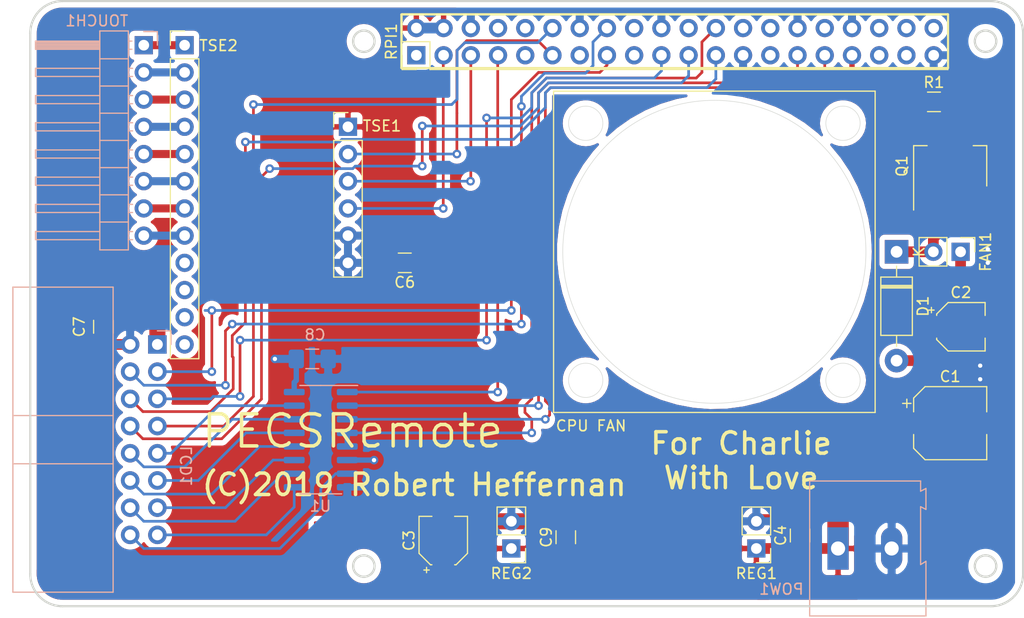
<source format=kicad_pcb>
(kicad_pcb (version 20171130) (host pcbnew "(5.1.2)-2")
  (layers (0 F.Cu signal) (31 B.Cu signal) (34 B.Paste user) (35 F.Paste user hide) (36 B.SilkS user) (37 F.SilkS user) (38 B.Mask user) (39 F.Mask user hide) (44 Edge.Cuts user))
  (net 0 "")
  (net 1 GND)
  (net 2 +5V)
  (net 3 +3V3)
  (net 4 "Net-(D1-Pad1)")
  (net 5 ~LCD_CE7)
  (net 6 ~LCD_CE6)
  (net 7 ~LCD_CE5)
  (net 8 ~LCD_CE4)
  (net 9 ~LCD_CE3)
  (net 10 ~LCD_CE2)
  (net 11 ~LCD_CE1)
  (net 12 ~LCD_CE0)
  (net 13 LCD_MISO)
  (net 14 LCD_LED)
  (net 15 LCD_SCLK)
  (net 16 LCD_MOSI)
  (net 17 LCD_DC)
  (net 18 ~LCD_RESET)
  (net 19 "Net-(Q1-Pad1)")
  (net 20 FAN_EN)
  (net 21 "Net-(RPI1-Pad40)")
  (net 22 "Net-(RPI1-Pad38)")
  (net 23 "Net-(RPI1-Pad37)")
  (net 24 "Net-(RPI1-Pad36)")
  (net 25 "Net-(RPI1-Pad35)")
  (net 26 "Net-(RPI1-Pad32)")
  (net 27 LCD_CA2)
  (net 28 LCD_CA1)
  (net 29 "Net-(RPI1-Pad28)")
  (net 30 "Net-(RPI1-Pad27)")
  (net 31 "Net-(RPI1-Pad26)")
  (net 32 "Net-(RPI1-Pad22)")
  (net 33 "Net-(RPI1-Pad18)")
  (net 34 "Net-(RPI1-Pad17)")
  (net 35 "Net-(RPI1-Pad13)")
  (net 36 ~TC_IRQ)
  (net 37 "Net-(RPI1-Pad10)")
  (net 38 "Net-(RPI1-Pad8)")
  (net 39 LCD_CA0)
  (net 40 TC_SCL)
  (net 41 TC_SDA)
  (net 42 "Net-(RPI1-Pad1)")
  (net 43 "Net-(TOUCH1-Pad8)")
  (net 44 "Net-(TOUCH1-Pad7)")
  (net 45 "Net-(TOUCH1-Pad6)")
  (net 46 "Net-(TOUCH1-Pad5)")
  (net 47 "Net-(TOUCH1-Pad4)")
  (net 48 "Net-(TOUCH1-Pad3)")
  (net 49 "Net-(TOUCH1-Pad2)")
  (net 50 "Net-(TOUCH1-Pad1)")
  (net 51 "Net-(TSE2-Pad12)")
  (net 52 "Net-(TSE2-Pad11)")
  (net 53 "Net-(TSE2-Pad10)")
  (net 54 "Net-(TSE2-Pad9)")
  (net 55 ~LCD_CS0)
  (net 56 "Net-(RPI1-Pad9)")
  (module Connector_PinHeader_2.54mm:PinHeader_1x08_P2.54mm_Horizontal (layer B.Cu) (at 64.77 92.71 180)
    (fp_text reference TOUCH1 (at 4.385 2.27) (layer B.SilkS) (effects (justify mirror)))
    (fp_text value Conn_01x08_Male)
    (pad 8 thru_hole oval (at 0 -17.78 180) (size 1.7 1.7) (drill 1) (layers *.Cu *.Mask) (net 43 "Net-(TOUCH1-Pad8)"))
    (pad 7 thru_hole oval (at 0 -15.24 180) (size 1.7 1.7) (drill 1) (layers *.Cu *.Mask) (net 44 "Net-(TOUCH1-Pad7)"))
    (pad 6 thru_hole oval (at 0 -12.7 180) (size 1.7 1.7) (drill 1) (layers *.Cu *.Mask) (net 45 "Net-(TOUCH1-Pad6)"))
    (pad 5 thru_hole oval (at 0 -10.16 180) (size 1.7 1.7) (drill 1) (layers *.Cu *.Mask) (net 46 "Net-(TOUCH1-Pad5)"))
    (pad 4 thru_hole oval (at 0 -7.62 180) (size 1.7 1.7) (drill 1) (layers *.Cu *.Mask) (net 47 "Net-(TOUCH1-Pad4)"))
    (pad 3 thru_hole oval (at 0 -5.08 180) (size 1.7 1.7) (drill 1) (layers *.Cu *.Mask) (net 48 "Net-(TOUCH1-Pad3)"))
    (pad 2 thru_hole oval (at 0 -2.54 180) (size 1.7 1.7) (drill 1) (layers *.Cu *.Mask) (net 49 "Net-(TOUCH1-Pad2)"))
    (pad 1 thru_hole rect (at 0 0 180) (size 1.7 1.7) (drill 1) (layers *.Cu *.Mask) (net 50 "Net-(TOUCH1-Pad1)"))
  )
  (module Package_SO:SOIC-16_3.9x9.9mm_P1.27mm (layer B.Cu) (at 81.28 129.54 180)
    (fp_text reference U1 (at 0.03 -6.21 180) (layer B.SilkS) (effects (justify mirror)))
    (fp_text value 74HC138)
    (pad 16 smd roundrect (at 2.475 4.445 180) (size 1.95 0.6) (layers B.Cu B.Paste B.Mask) (net 3 +3V3))
    (pad 15 smd roundrect (at 2.475 3.175 180) (size 1.95 0.6) (layers B.Cu B.Paste B.Mask) (net 12 ~LCD_CE0))
    (pad 14 smd roundrect (at 2.475 1.905 180) (size 1.95 0.6) (layers B.Cu B.Paste B.Mask) (net 11 ~LCD_CE1))
    (pad 13 smd roundrect (at 2.475 0.635 180) (size 1.95 0.6) (layers B.Cu B.Paste B.Mask) (net 10 ~LCD_CE2))
    (pad 12 smd roundrect (at 2.475 -0.635 180) (size 1.95 0.6) (layers B.Cu B.Paste B.Mask) (net 9 ~LCD_CE3))
    (pad 11 smd roundrect (at 2.475 -1.905 180) (size 1.95 0.6) (layers B.Cu B.Paste B.Mask) (net 8 ~LCD_CE4))
    (pad 10 smd roundrect (at 2.475 -3.175 180) (size 1.95 0.6) (layers B.Cu B.Paste B.Mask) (net 7 ~LCD_CE5))
    (pad 9 smd roundrect (at 2.475 -4.445 180) (size 1.95 0.6) (layers B.Cu B.Paste B.Mask) (net 6 ~LCD_CE6))
    (pad 8 smd roundrect (at -2.475 -4.445 180) (size 1.95 0.6) (layers B.Cu B.Paste B.Mask) (net 1 GND))
    (pad 7 smd roundrect (at -2.475 -3.175 180) (size 1.95 0.6) (layers B.Cu B.Paste B.Mask) (net 5 ~LCD_CE7))
    (pad 6 smd roundrect (at -2.475 -1.905 180) (size 1.95 0.6) (layers B.Cu B.Paste B.Mask) (net 3 +3V3))
    (pad 5 smd roundrect (at -2.475 -0.635 180) (size 1.95 0.6) (layers B.Cu B.Paste B.Mask) (net 55 ~LCD_CS0))
    (pad 4 smd roundrect (at -2.475 0.635 180) (size 1.95 0.6) (layers B.Cu B.Paste B.Mask) (net 55 ~LCD_CS0))
    (pad 3 smd roundrect (at -2.475 1.905 180) (size 1.95 0.6) (layers B.Cu B.Paste B.Mask) (net 27 LCD_CA2))
    (pad 2 smd roundrect (at -2.475 3.175 180) (size 1.95 0.6) (layers B.Cu B.Paste B.Mask) (net 28 LCD_CA1))
    (pad 1 smd roundrect (at -2.475 4.445 180) (size 1.95 0.6) (layers B.Cu B.Paste B.Mask) (net 39 LCD_CA0))
  )
  (module Connector_PinHeader_2.54mm:PinHeader_1x12_P2.54mm_Vertical (layer F.Cu) (at 68.58 92.71)
    (fp_text reference TSE2 (at 3.17 0.04) (layer F.SilkS))
    (fp_text value Conn_01x12_Male)
    (pad 12 thru_hole oval (at 0 27.94) (size 1.7 1.7) (drill 1) (layers *.Cu *.Mask) (net 51 "Net-(TSE2-Pad12)"))
    (pad 11 thru_hole oval (at 0 25.4) (size 1.7 1.7) (drill 1) (layers *.Cu *.Mask) (net 52 "Net-(TSE2-Pad11)"))
    (pad 10 thru_hole oval (at 0 22.86) (size 1.7 1.7) (drill 1) (layers *.Cu *.Mask) (net 53 "Net-(TSE2-Pad10)"))
    (pad 9 thru_hole oval (at 0 20.32) (size 1.7 1.7) (drill 1) (layers *.Cu *.Mask) (net 54 "Net-(TSE2-Pad9)"))
    (pad 8 thru_hole oval (at 0 17.78) (size 1.7 1.7) (drill 1) (layers *.Cu *.Mask) (net 43 "Net-(TOUCH1-Pad8)"))
    (pad 7 thru_hole oval (at 0 15.24) (size 1.7 1.7) (drill 1) (layers *.Cu *.Mask) (net 44 "Net-(TOUCH1-Pad7)"))
    (pad 6 thru_hole oval (at 0 12.7) (size 1.7 1.7) (drill 1) (layers *.Cu *.Mask) (net 45 "Net-(TOUCH1-Pad6)"))
    (pad 5 thru_hole oval (at 0 10.16) (size 1.7 1.7) (drill 1) (layers *.Cu *.Mask) (net 46 "Net-(TOUCH1-Pad5)"))
    (pad 4 thru_hole oval (at 0 7.62) (size 1.7 1.7) (drill 1) (layers *.Cu *.Mask) (net 47 "Net-(TOUCH1-Pad4)"))
    (pad 3 thru_hole oval (at 0 5.08) (size 1.7 1.7) (drill 1) (layers *.Cu *.Mask) (net 48 "Net-(TOUCH1-Pad3)"))
    (pad 2 thru_hole oval (at 0 2.54) (size 1.7 1.7) (drill 1) (layers *.Cu *.Mask) (net 49 "Net-(TOUCH1-Pad2)"))
    (pad 1 thru_hole rect (at 0 0) (size 1.7 1.7) (drill 1) (layers *.Cu *.Mask) (net 50 "Net-(TOUCH1-Pad1)"))
  )
  (module Connector_PinHeader_2.54mm:PinHeader_1x06_P2.54mm_Vertical (layer F.Cu) (at 83.82 100.33)
    (fp_text reference TSE1 (at 3.18 -0.08) (layer F.SilkS))
    (fp_text value Conn_01x06_Male)
    (pad 6 thru_hole oval (at 0 12.7) (size 1.7 1.7) (drill 1) (layers *.Cu *.Mask) (net 1 GND))
    (pad 5 thru_hole oval (at 0 10.16) (size 1.7 1.7) (drill 1) (layers *.Cu *.Mask) (net 1 GND))
    (pad 4 thru_hole oval (at 0 7.62) (size 1.7 1.7) (drill 1) (layers *.Cu *.Mask) (net 41 TC_SDA))
    (pad 3 thru_hole oval (at 0 5.08) (size 1.7 1.7) (drill 1) (layers *.Cu *.Mask) (net 40 TC_SCL))
    (pad 2 thru_hole oval (at 0 2.54) (size 1.7 1.7) (drill 1) (layers *.Cu *.Mask) (net 36 ~TC_IRQ))
    (pad 1 thru_hole rect (at 0 0) (size 1.7 1.7) (drill 1) (layers *.Cu *.Mask) (net 3 +3V3))
  )
  (module Connector_PinHeader_2.54mm:PinHeader_2x20_P2.54mm_Vertical (layer F.Cu) (at 90.2 93.65 90)
    (fp_text reference RPI1 (at 1.27 -2.33 90) (layer F.SilkS))
    (fp_text value Raspberry_Pi_2_3)
    (pad 40 thru_hole oval (at 2.54 48.26 90) (size 1.7 1.7) (drill 1) (layers *.Cu *.Mask) (net 21 "Net-(RPI1-Pad40)"))
    (pad 39 thru_hole oval (at 0 48.26 90) (size 1.7 1.7) (drill 1) (layers *.Cu *.Mask) (net 1 GND))
    (pad 38 thru_hole oval (at 2.54 45.72 90) (size 1.7 1.7) (drill 1) (layers *.Cu *.Mask) (net 22 "Net-(RPI1-Pad38)"))
    (pad 37 thru_hole oval (at 0 45.72 90) (size 1.7 1.7) (drill 1) (layers *.Cu *.Mask) (net 23 "Net-(RPI1-Pad37)"))
    (pad 36 thru_hole oval (at 2.54 43.18 90) (size 1.7 1.7) (drill 1) (layers *.Cu *.Mask) (net 24 "Net-(RPI1-Pad36)"))
    (pad 35 thru_hole oval (at 0 43.18 90) (size 1.7 1.7) (drill 1) (layers *.Cu *.Mask) (net 25 "Net-(RPI1-Pad35)"))
    (pad 34 thru_hole oval (at 2.54 40.64 90) (size 1.7 1.7) (drill 1) (layers *.Cu *.Mask) (net 1 GND))
    (pad 33 thru_hole oval (at 0 40.64 90) (size 1.7 1.7) (drill 1) (layers *.Cu *.Mask) (net 20 FAN_EN))
    (pad 32 thru_hole oval (at 2.54 38.1 90) (size 1.7 1.7) (drill 1) (layers *.Cu *.Mask) (net 26 "Net-(RPI1-Pad32)"))
    (pad 31 thru_hole oval (at 0 38.1 90) (size 1.7 1.7) (drill 1) (layers *.Cu *.Mask) (net 27 LCD_CA2))
    (pad 30 thru_hole oval (at 2.54 35.56 90) (size 1.7 1.7) (drill 1) (layers *.Cu *.Mask) (net 1 GND))
    (pad 29 thru_hole oval (at 0 35.56 90) (size 1.7 1.7) (drill 1) (layers *.Cu *.Mask) (net 28 LCD_CA1))
    (pad 28 thru_hole oval (at 2.54 33.02 90) (size 1.7 1.7) (drill 1) (layers *.Cu *.Mask) (net 29 "Net-(RPI1-Pad28)"))
    (pad 27 thru_hole oval (at 0 33.02 90) (size 1.7 1.7) (drill 1) (layers *.Cu *.Mask) (net 30 "Net-(RPI1-Pad27)"))
    (pad 26 thru_hole oval (at 2.54 30.48 90) (size 1.7 1.7) (drill 1) (layers *.Cu *.Mask) (net 31 "Net-(RPI1-Pad26)"))
    (pad 25 thru_hole oval (at 0 30.48 90) (size 1.7 1.7) (drill 1) (layers *.Cu *.Mask) (net 1 GND))
    (pad 24 thru_hole oval (at 2.54 27.94 90) (size 1.7 1.7) (drill 1) (layers *.Cu *.Mask) (net 55 ~LCD_CS0))
    (pad 23 thru_hole oval (at 0 27.94 90) (size 1.7 1.7) (drill 1) (layers *.Cu *.Mask) (net 15 LCD_SCLK))
    (pad 22 thru_hole oval (at 2.54 25.4 90) (size 1.7 1.7) (drill 1) (layers *.Cu *.Mask) (net 32 "Net-(RPI1-Pad22)"))
    (pad 21 thru_hole oval (at 0 25.4 90) (size 1.7 1.7) (drill 1) (layers *.Cu *.Mask) (net 13 LCD_MISO))
    (pad 20 thru_hole oval (at 2.54 22.86 90) (size 1.7 1.7) (drill 1) (layers *.Cu *.Mask) (net 1 GND))
    (pad 19 thru_hole oval (at 0 22.86 90) (size 1.7 1.7) (drill 1) (layers *.Cu *.Mask) (net 16 LCD_MOSI))
    (pad 18 thru_hole oval (at 2.54 20.32 90) (size 1.7 1.7) (drill 1) (layers *.Cu *.Mask) (net 33 "Net-(RPI1-Pad18)"))
    (pad 17 thru_hole oval (at 0 20.32 90) (size 1.7 1.7) (drill 1) (layers *.Cu *.Mask) (net 34 "Net-(RPI1-Pad17)"))
    (pad 16 thru_hole oval (at 2.54 17.78 90) (size 1.7 1.7) (drill 1) (layers *.Cu *.Mask) (net 17 LCD_DC))
    (pad 15 thru_hole oval (at 0 17.78 90) (size 1.7 1.7) (drill 1) (layers *.Cu *.Mask) (net 18 ~LCD_RESET))
    (pad 14 thru_hole oval (at 2.54 15.24 90) (size 1.7 1.7) (drill 1) (layers *.Cu *.Mask) (net 1 GND))
    (pad 13 thru_hole oval (at 0 15.24 90) (size 1.7 1.7) (drill 1) (layers *.Cu *.Mask) (net 35 "Net-(RPI1-Pad13)"))
    (pad 12 thru_hole oval (at 2.54 12.7 90) (size 1.7 1.7) (drill 1) (layers *.Cu *.Mask) (net 14 LCD_LED))
    (pad 11 thru_hole oval (at 0 12.7 90) (size 1.7 1.7) (drill 1) (layers *.Cu *.Mask) (net 36 ~TC_IRQ))
    (pad 10 thru_hole oval (at 2.54 10.16 90) (size 1.7 1.7) (drill 1) (layers *.Cu *.Mask) (net 37 "Net-(RPI1-Pad10)"))
    (pad 9 thru_hole oval (at 0 10.16 90) (size 1.7 1.7) (drill 1) (layers *.Cu *.Mask) (net 56 "Net-(RPI1-Pad9)"))
    (pad 8 thru_hole oval (at 2.54 7.62 90) (size 1.7 1.7) (drill 1) (layers *.Cu *.Mask) (net 38 "Net-(RPI1-Pad8)"))
    (pad 7 thru_hole oval (at 0 7.62 90) (size 1.7 1.7) (drill 1) (layers *.Cu *.Mask) (net 39 LCD_CA0))
    (pad 6 thru_hole oval (at 2.54 5.08 90) (size 1.7 1.7) (drill 1) (layers *.Cu *.Mask) (net 1 GND))
    (pad 5 thru_hole oval (at 0 5.08 90) (size 1.7 1.7) (drill 1) (layers *.Cu *.Mask) (net 40 TC_SCL))
    (pad 4 thru_hole oval (at 2.54 2.54 90) (size 1.7 1.7) (drill 1) (layers *.Cu *.Mask) (net 2 +5V))
    (pad 3 thru_hole oval (at 0 2.54 90) (size 1.7 1.7) (drill 1) (layers *.Cu *.Mask) (net 41 TC_SDA))
    (pad 2 thru_hole oval (at 2.54 0 90) (size 1.7 1.7) (drill 1) (layers *.Cu *.Mask) (net 2 +5V))
    (pad 1 thru_hole rect (at 0 0 90) (size 1.7 1.7) (drill 1) (layers *.Cu *.Mask) (net 42 "Net-(RPI1-Pad1)"))
  )
  (module Connector_PinHeader_2.54mm:PinHeader_1x02_P2.54mm_Vertical (layer F.Cu) (at 99.06 139.7 180)
    (fp_text reference REG2 (at 0 -2.33) (layer F.SilkS))
    (fp_text value Conn_01x02_Male)
    (pad 2 thru_hole oval (at 0 2.54 180) (size 1.7 1.7) (drill 1) (layers *.Cu *.Mask) (net 1 GND))
    (pad 1 thru_hole rect (at 0 0 180) (size 1.7 1.7) (drill 1) (layers *.Cu *.Mask) (net 3 +3V3))
  )
  (module Connector_PinHeader_2.54mm:PinHeader_1x02_P2.54mm_Vertical (layer F.Cu) (at 121.92 139.7 180)
    (fp_text reference REG1 (at 0 -2.33) (layer F.SilkS))
    (fp_text value Conn_01x02_Male)
    (pad 2 thru_hole oval (at 0 2.54 180) (size 1.7 1.7) (drill 1) (layers *.Cu *.Mask) (net 1 GND))
    (pad 1 thru_hole rect (at 0 0 180) (size 1.7 1.7) (drill 1) (layers *.Cu *.Mask) (net 2 +5V))
  )
  (module Resistor_SMD:R_1206_3216Metric_Pad1.42x1.75mm_HandSolder (layer F.Cu) (at 138.4875 98)
    (fp_text reference R1 (at 0 -1.82) (layer F.SilkS))
    (fp_text value 1K)
    (pad 2 smd roundrect (at 1.4875 0) (size 1.425 1.75) (layers F.Cu F.Paste F.Mask) (roundrect_rratio 0.175439) (net 20 FAN_EN))
    (pad 1 smd roundrect (at -1.4875 0) (size 1.425 1.75) (layers F.Cu F.Paste F.Mask) (roundrect_rratio 0.175439) (net 19 "Net-(Q1-Pad1)"))
  )
  (module Package_TO_SOT_SMD:SOT-223 (layer F.Cu) (at 140 104 90)
    (fp_text reference Q1 (at 0 -4.5 90) (layer F.SilkS))
    (fp_text value PZT2222A)
    (pad 1 smd rect (at -3.15 -2.3 90) (size 2 1.5) (layers F.Cu F.Paste F.Mask) (net 19 "Net-(Q1-Pad1)"))
    (pad 3 smd rect (at -3.15 2.3 90) (size 2 1.5) (layers F.Cu F.Paste F.Mask) (net 1 GND))
    (pad 2 smd rect (at -3.15 0 90) (size 2 1.5) (layers F.Cu F.Paste F.Mask) (net 4 "Net-(D1-Pad1)"))
    (pad 4 smd rect (at 3.15 0 90) (size 2 3.8) (layers F.Cu F.Paste F.Mask))
  )
  (module TerminalBlock:TerminalBlock_Altech_AK300-2_P5.00mm (layer B.Cu) (at 129.54 139.7)
    (fp_text reference POW1 (at -5.29 3.8) (layer B.SilkS) (effects (justify mirror)))
    (fp_text value Screw_Terminal_01x02)
    (pad 2 thru_hole oval (at 5 0) (size 1.98 3.96) (drill 1.32) (layers *.Cu *.Mask) (net 1 GND))
    (pad 1 thru_hole rect (at 0 0) (size 1.98 3.96) (drill 1.32) (layers *.Cu *.Mask) (net 2 +5V))
  )
  (module Connector_IDC:IDC-Header_2x08_P2.54mm_Horizontal (layer B.Cu) (at 66.04 120.65 180)
    (fp_text reference LCD1 (at -2.71 -11.35 270) (layer B.SilkS) (effects (justify mirror)))
    (fp_text value Conn_02x08_Odd_Even)
    (pad 16 thru_hole oval (at 2.54 -17.78 180) (size 1.7272 1.7272) (drill 1.016) (layers *.Cu *.Mask) (net 5 ~LCD_CE7))
    (pad 15 thru_hole oval (at 0 -17.78 180) (size 1.7272 1.7272) (drill 1.016) (layers *.Cu *.Mask) (net 6 ~LCD_CE6))
    (pad 14 thru_hole oval (at 2.54 -15.24 180) (size 1.7272 1.7272) (drill 1.016) (layers *.Cu *.Mask) (net 7 ~LCD_CE5))
    (pad 13 thru_hole oval (at 0 -15.24 180) (size 1.7272 1.7272) (drill 1.016) (layers *.Cu *.Mask) (net 8 ~LCD_CE4))
    (pad 12 thru_hole oval (at 2.54 -12.7 180) (size 1.7272 1.7272) (drill 1.016) (layers *.Cu *.Mask) (net 9 ~LCD_CE3))
    (pad 11 thru_hole oval (at 0 -12.7 180) (size 1.7272 1.7272) (drill 1.016) (layers *.Cu *.Mask) (net 10 ~LCD_CE2))
    (pad 10 thru_hole oval (at 2.54 -10.16 180) (size 1.7272 1.7272) (drill 1.016) (layers *.Cu *.Mask) (net 11 ~LCD_CE1))
    (pad 9 thru_hole oval (at 0 -10.16 180) (size 1.7272 1.7272) (drill 1.016) (layers *.Cu *.Mask) (net 12 ~LCD_CE0))
    (pad 8 thru_hole oval (at 2.54 -7.62 180) (size 1.7272 1.7272) (drill 1.016) (layers *.Cu *.Mask) (net 13 LCD_MISO))
    (pad 7 thru_hole oval (at 0 -7.62 180) (size 1.7272 1.7272) (drill 1.016) (layers *.Cu *.Mask) (net 14 LCD_LED))
    (pad 6 thru_hole oval (at 2.54 -5.08 180) (size 1.7272 1.7272) (drill 1.016) (layers *.Cu *.Mask) (net 15 LCD_SCLK))
    (pad 5 thru_hole oval (at 0 -5.08 180) (size 1.7272 1.7272) (drill 1.016) (layers *.Cu *.Mask) (net 16 LCD_MOSI))
    (pad 4 thru_hole oval (at 2.54 -2.54 180) (size 1.7272 1.7272) (drill 1.016) (layers *.Cu *.Mask) (net 17 LCD_DC))
    (pad 3 thru_hole oval (at 0 -2.54 180) (size 1.7272 1.7272) (drill 1.016) (layers *.Cu *.Mask) (net 18 ~LCD_RESET))
    (pad 2 thru_hole oval (at 2.54 0 180) (size 1.7272 1.7272) (drill 1.016) (layers *.Cu *.Mask) (net 1 GND))
    (pad 1 thru_hole rect (at 0 0 180) (size 1.7272 1.7272) (drill 1.016) (layers *.Cu *.Mask) (net 3 +3V3))
  )
  (module Connector_PinHeader_2.54mm:PinHeader_1x02_P2.54mm_Vertical (layer F.Cu) (at 140.97 112 270)
    (fp_text reference FAN1 (at 0 -2.33 90) (layer F.SilkS))
    (fp_text value Conn_01x02_Male)
    (pad 2 thru_hole oval (at 0 2.54 270) (size 1.7 1.7) (drill 1) (layers *.Cu *.Mask) (net 4 "Net-(D1-Pad1)"))
    (pad 1 thru_hole rect (at 0 0 270) (size 1.7 1.7) (drill 1) (layers *.Cu *.Mask) (net 2 +5V))
  )
  (module Diode_THT:D_DO-41_SOD81_P10.16mm_Horizontal (layer F.Cu) (at 135 112 270)
    (fp_text reference D1 (at 5.08 -2.47 90) (layer F.SilkS))
    (fp_text value 1N4001)
    (fp_text user K (at 0 -2.1 90) (layer F.SilkS))
    (pad 2 thru_hole oval (at 10.16 0 270) (size 2.2 2.2) (drill 1.1) (layers *.Cu *.Mask) (net 2 +5V))
    (pad 1 thru_hole rect (at 0 0 270) (size 2.2 2.2) (drill 1.1) (layers *.Cu *.Mask) (net 4 "Net-(D1-Pad1)"))
  )
  (module Capacitor_SMD:C_1206_3216Metric_Pad1.42x1.75mm_HandSolder (layer F.Cu) (at 104.14 138.6475 90)
    (fp_text reference C9 (at 0 -1.82 90) (layer F.SilkS))
    (fp_text value 0.1uF)
    (pad 2 smd roundrect (at 1.4875 0 90) (size 1.425 1.75) (layers F.Cu F.Paste F.Mask) (roundrect_rratio 0.175439) (net 1 GND))
    (pad 1 smd roundrect (at -1.4875 0 90) (size 1.425 1.75) (layers F.Cu F.Paste F.Mask) (roundrect_rratio 0.175439) (net 3 +3V3))
  )
  (module Capacitor_SMD:C_1206_3216Metric_Pad1.42x1.75mm_HandSolder (layer B.Cu) (at 80.4875 122)
    (fp_text reference C8 (at 0.2625 -2.25 180) (layer B.SilkS) (effects (justify mirror)))
    (fp_text value 0.1uF)
    (pad 2 smd roundrect (at 1.4875 0) (size 1.425 1.75) (layers B.Cu B.Paste B.Mask) (roundrect_rratio 0.175439) (net 1 GND))
    (pad 1 smd roundrect (at -1.4875 0) (size 1.425 1.75) (layers B.Cu B.Paste B.Mask) (roundrect_rratio 0.175439) (net 3 +3V3))
  )
  (module Capacitor_SMD:C_1206_3216Metric_Pad1.42x1.75mm_HandSolder (layer F.Cu) (at 61 119 270)
    (fp_text reference C7 (at 0 2.25 90) (layer F.SilkS))
    (fp_text value 0.1uF)
    (pad 2 smd roundrect (at 1.4875 0 270) (size 1.425 1.75) (layers F.Cu F.Paste F.Mask) (roundrect_rratio 0.175439) (net 1 GND))
    (pad 1 smd roundrect (at -1.4875 0 270) (size 1.425 1.75) (layers F.Cu F.Paste F.Mask) (roundrect_rratio 0.175439) (net 3 +3V3))
  )
  (module Capacitor_SMD:C_1206_3216Metric_Pad1.42x1.75mm_HandSolder (layer F.Cu) (at 89.1175 113.03 180)
    (fp_text reference C6 (at 0 -1.82) (layer F.SilkS))
    (fp_text value 0.1uF)
    (pad 2 smd roundrect (at 1.4875 0 180) (size 1.425 1.75) (layers F.Cu F.Paste F.Mask) (roundrect_rratio 0.175439) (net 1 GND))
    (pad 1 smd roundrect (at -1.4875 0 180) (size 1.425 1.75) (layers F.Cu F.Paste F.Mask) (roundrect_rratio 0.175439) (net 3 +3V3))
  )
  (module Capacitor_SMD:C_1206_3216Metric_Pad1.42x1.75mm_HandSolder (layer F.Cu) (at 126 138.4875 90)
    (fp_text reference C4 (at 0 -1.82 90) (layer F.SilkS))
    (fp_text value 0.1uF)
    (pad 2 smd roundrect (at 1.4875 0 90) (size 1.425 1.75) (layers F.Cu F.Paste F.Mask) (roundrect_rratio 0.175439) (net 1 GND))
    (pad 1 smd roundrect (at -1.4875 0 90) (size 1.425 1.75) (layers F.Cu F.Paste F.Mask) (roundrect_rratio 0.175439) (net 2 +5V))
  )
  (module Capacitor_SMD:CP_Elec_4x5.8 (layer F.Cu) (at 92.71 138.96 90)
    (fp_text reference C3 (at 0 -3.2 90) (layer F.SilkS))
    (fp_text value 1uF)
    (pad 2 smd roundrect (at 1.8 0 90) (size 2.6 1.6) (layers F.Cu F.Paste F.Mask) (roundrect_rratio 0.15625) (net 1 GND))
    (pad 1 smd roundrect (at -1.8 0 90) (size 2.6 1.6) (layers F.Cu F.Paste F.Mask) (roundrect_rratio 0.15625) (net 3 +3V3))
  )
  (module Capacitor_SMD:CP_Elec_4x5.8 (layer F.Cu) (at 141 119)
    (fp_text reference C2 (at 0 -3.2) (layer F.SilkS))
    (fp_text value 1uF)
    (pad 2 smd roundrect (at 1.8 0) (size 2.6 1.6) (layers F.Cu F.Paste F.Mask) (roundrect_rratio 0.15625) (net 1 GND))
    (pad 1 smd roundrect (at -1.8 0) (size 2.6 1.6) (layers F.Cu F.Paste F.Mask) (roundrect_rratio 0.15625) (net 2 +5V))
  )
  (module Capacitor_SMD:CP_Elec_6.3x7.7 (layer F.Cu) (at 140 128)
    (fp_text reference C1 (at 0 -4.35) (layer F.SilkS))
    (fp_text value 10uF)
    (pad 2 smd roundrect (at 2.7 0) (size 3.5 1.6) (layers F.Cu F.Paste F.Mask) (roundrect_rratio 0.15625) (net 1 GND))
    (pad 1 smd roundrect (at -2.7 0) (size 3.5 1.6) (layers F.Cu F.Paste F.Mask) (roundrect_rratio 0.15625) (net 2 +5V))
  )
  (gr_text "For Charlie\nWith Love" (at 120.5 131.5) (layer F.SilkS) (effects (font (size 2 2) (thickness 0.325))))
  (gr_text "(C)2019 Robert Heffernan" (at 90 133.75) (layer F.SilkS) (effects (font (size 2 2) (thickness 0.325))))
  (gr_text PECSRemote (at 84.25 128.75) (layer F.SilkS) (effects (font (size 3 3) (thickness 0.325))))
  (gr_text "CPU FAN" (at 106.5 128.25) (layer F.SilkS) (effects (font (size 1 1))))
  (gr_circle (center 106 124) (end 107.6 124) (layer Edge.Cuts) (width 0.05))
  (gr_circle (center 130 124) (end 131.6 124) (layer Edge.Cuts) (width 0.05))
  (gr_circle (center 106 100) (end 107.6 100) (layer Edge.Cuts) (width 0.05))
  (gr_circle (center 130 100) (end 131.6 100) (layer Edge.Cuts) (width 0.05))
  (gr_circle (center 118 112) (end 128 102) (layer Edge.Cuts) (width 0.05))
  (gr_line (start 103 127) (end 103 97) (layer F.SilkS) (width 0.12))
  (gr_line (start 133 127) (end 103 127) (layer F.SilkS) (width 0.12))
  (gr_line (start 133 97) (end 133 127) (layer F.SilkS) (width 0.12))
  (gr_line (start 103 97) (end 133 97) (layer F.SilkS) (width 0.12))
  (gr_line (start 54.18 142.09) (end 54.18 91.59) (layer Edge.Cuts) (width 0.2))
  (gr_line (start 139.8 94.84) (end 88.8 94.84) (layer F.SilkS) (width 0.2))
  (gr_line (start 139.8 89.84) (end 139.8 94.84) (layer F.SilkS) (width 0.2))
  (gr_line (start 88.8 89.84) (end 139.8 89.84) (layer F.SilkS) (width 0.2))
  (gr_line (start 88.8 94.84) (end 88.8 89.84) (layer F.SilkS) (width 0.2))
  (gr_line (start 142.302 92.403) (end 142.3 92.34) (layer Edge.Cuts) (width 0.2))
  (gr_line (start 142.308 92.465) (end 142.302 92.403) (layer Edge.Cuts) (width 0.2))
  (gr_line (start 142.318 92.527) (end 142.308 92.465) (layer Edge.Cuts) (width 0.2))
  (gr_line (start 142.331 92.589) (end 142.318 92.527) (layer Edge.Cuts) (width 0.2))
  (gr_line (start 142.349 92.649) (end 142.331 92.589) (layer Edge.Cuts) (width 0.2))
  (gr_line (start 142.37 92.708) (end 142.349 92.649) (layer Edge.Cuts) (width 0.2))
  (gr_line (start 142.395 92.766) (end 142.37 92.708) (layer Edge.Cuts) (width 0.2))
  (gr_line (start 142.424 92.822) (end 142.395 92.766) (layer Edge.Cuts) (width 0.2))
  (gr_line (start 142.456 92.876) (end 142.424 92.822) (layer Edge.Cuts) (width 0.2))
  (gr_line (start 142.491 92.928) (end 142.456 92.876) (layer Edge.Cuts) (width 0.2))
  (gr_line (start 142.529 92.977) (end 142.491 92.928) (layer Edge.Cuts) (width 0.2))
  (gr_line (start 142.571 93.025) (end 142.529 92.977) (layer Edge.Cuts) (width 0.2))
  (gr_line (start 142.615 93.069) (end 142.571 93.025) (layer Edge.Cuts) (width 0.2))
  (gr_line (start 142.663 93.111) (end 142.615 93.069) (layer Edge.Cuts) (width 0.2))
  (gr_line (start 142.712 93.149) (end 142.663 93.111) (layer Edge.Cuts) (width 0.2))
  (gr_line (start 142.764 93.184) (end 142.712 93.149) (layer Edge.Cuts) (width 0.2))
  (gr_line (start 142.818 93.216) (end 142.764 93.184) (layer Edge.Cuts) (width 0.2))
  (gr_line (start 142.874 93.245) (end 142.818 93.216) (layer Edge.Cuts) (width 0.2))
  (gr_line (start 142.932 93.27) (end 142.874 93.245) (layer Edge.Cuts) (width 0.2))
  (gr_line (start 142.991 93.291) (end 142.932 93.27) (layer Edge.Cuts) (width 0.2))
  (gr_line (start 143.051 93.309) (end 142.991 93.291) (layer Edge.Cuts) (width 0.2))
  (gr_line (start 143.113 93.322) (end 143.051 93.309) (layer Edge.Cuts) (width 0.2))
  (gr_line (start 143.175 93.332) (end 143.113 93.322) (layer Edge.Cuts) (width 0.2))
  (gr_line (start 143.237 93.338) (end 143.175 93.332) (layer Edge.Cuts) (width 0.2))
  (gr_line (start 143.3 93.34) (end 143.237 93.338) (layer Edge.Cuts) (width 0.2))
  (gr_line (start 143.363 93.338) (end 143.3 93.34) (layer Edge.Cuts) (width 0.2))
  (gr_line (start 143.425 93.332) (end 143.363 93.338) (layer Edge.Cuts) (width 0.2))
  (gr_line (start 143.487 93.322) (end 143.425 93.332) (layer Edge.Cuts) (width 0.2))
  (gr_line (start 143.549 93.309) (end 143.487 93.322) (layer Edge.Cuts) (width 0.2))
  (gr_line (start 143.609 93.291) (end 143.549 93.309) (layer Edge.Cuts) (width 0.2))
  (gr_line (start 143.668 93.27) (end 143.609 93.291) (layer Edge.Cuts) (width 0.2))
  (gr_line (start 143.726 93.245) (end 143.668 93.27) (layer Edge.Cuts) (width 0.2))
  (gr_line (start 143.782 93.216) (end 143.726 93.245) (layer Edge.Cuts) (width 0.2))
  (gr_line (start 143.836 93.184) (end 143.782 93.216) (layer Edge.Cuts) (width 0.2))
  (gr_line (start 143.888 93.149) (end 143.836 93.184) (layer Edge.Cuts) (width 0.2))
  (gr_line (start 143.937 93.111) (end 143.888 93.149) (layer Edge.Cuts) (width 0.2))
  (gr_line (start 143.985 93.069) (end 143.937 93.111) (layer Edge.Cuts) (width 0.2))
  (gr_line (start 144.029 93.025) (end 143.985 93.069) (layer Edge.Cuts) (width 0.2))
  (gr_line (start 144.071 92.977) (end 144.029 93.025) (layer Edge.Cuts) (width 0.2))
  (gr_line (start 144.109 92.928) (end 144.071 92.977) (layer Edge.Cuts) (width 0.2))
  (gr_line (start 144.144 92.876) (end 144.109 92.928) (layer Edge.Cuts) (width 0.2))
  (gr_line (start 144.176 92.822) (end 144.144 92.876) (layer Edge.Cuts) (width 0.2))
  (gr_line (start 144.205 92.766) (end 144.176 92.822) (layer Edge.Cuts) (width 0.2))
  (gr_line (start 144.23 92.708) (end 144.205 92.766) (layer Edge.Cuts) (width 0.2))
  (gr_line (start 144.251 92.649) (end 144.23 92.708) (layer Edge.Cuts) (width 0.2))
  (gr_line (start 144.269 92.589) (end 144.251 92.649) (layer Edge.Cuts) (width 0.2))
  (gr_line (start 144.282 92.527) (end 144.269 92.589) (layer Edge.Cuts) (width 0.2))
  (gr_line (start 144.292 92.465) (end 144.282 92.527) (layer Edge.Cuts) (width 0.2))
  (gr_line (start 144.298 92.403) (end 144.292 92.465) (layer Edge.Cuts) (width 0.2))
  (gr_line (start 144.3 92.34) (end 144.298 92.403) (layer Edge.Cuts) (width 0.2))
  (gr_line (start 144.298 92.277) (end 144.3 92.34) (layer Edge.Cuts) (width 0.2))
  (gr_line (start 144.292 92.215) (end 144.298 92.277) (layer Edge.Cuts) (width 0.2))
  (gr_line (start 144.282 92.153) (end 144.292 92.215) (layer Edge.Cuts) (width 0.2))
  (gr_line (start 144.269 92.091) (end 144.282 92.153) (layer Edge.Cuts) (width 0.2))
  (gr_line (start 144.251 92.031) (end 144.269 92.091) (layer Edge.Cuts) (width 0.2))
  (gr_line (start 144.23 91.972) (end 144.251 92.031) (layer Edge.Cuts) (width 0.2))
  (gr_line (start 144.205 91.914) (end 144.23 91.972) (layer Edge.Cuts) (width 0.2))
  (gr_line (start 144.176 91.858) (end 144.205 91.914) (layer Edge.Cuts) (width 0.2))
  (gr_line (start 144.144 91.804) (end 144.176 91.858) (layer Edge.Cuts) (width 0.2))
  (gr_line (start 144.109 91.752) (end 144.144 91.804) (layer Edge.Cuts) (width 0.2))
  (gr_line (start 144.071 91.703) (end 144.109 91.752) (layer Edge.Cuts) (width 0.2))
  (gr_line (start 144.029 91.655) (end 144.071 91.703) (layer Edge.Cuts) (width 0.2))
  (gr_line (start 143.985 91.611) (end 144.029 91.655) (layer Edge.Cuts) (width 0.2))
  (gr_line (start 143.937 91.569) (end 143.985 91.611) (layer Edge.Cuts) (width 0.2))
  (gr_line (start 143.888 91.531) (end 143.937 91.569) (layer Edge.Cuts) (width 0.2))
  (gr_line (start 143.836 91.496) (end 143.888 91.531) (layer Edge.Cuts) (width 0.2))
  (gr_line (start 143.782 91.464) (end 143.836 91.496) (layer Edge.Cuts) (width 0.2))
  (gr_line (start 143.726 91.435) (end 143.782 91.464) (layer Edge.Cuts) (width 0.2))
  (gr_line (start 143.668 91.41) (end 143.726 91.435) (layer Edge.Cuts) (width 0.2))
  (gr_line (start 143.609 91.389) (end 143.668 91.41) (layer Edge.Cuts) (width 0.2))
  (gr_line (start 143.549 91.371) (end 143.609 91.389) (layer Edge.Cuts) (width 0.2))
  (gr_line (start 143.487 91.358) (end 143.549 91.371) (layer Edge.Cuts) (width 0.2))
  (gr_line (start 143.425 91.348) (end 143.487 91.358) (layer Edge.Cuts) (width 0.2))
  (gr_line (start 143.363 91.342) (end 143.425 91.348) (layer Edge.Cuts) (width 0.2))
  (gr_line (start 143.3 91.34) (end 143.363 91.342) (layer Edge.Cuts) (width 0.2))
  (gr_line (start 143.237 91.342) (end 143.3 91.34) (layer Edge.Cuts) (width 0.2))
  (gr_line (start 143.175 91.348) (end 143.237 91.342) (layer Edge.Cuts) (width 0.2))
  (gr_line (start 143.113 91.358) (end 143.175 91.348) (layer Edge.Cuts) (width 0.2))
  (gr_line (start 143.051 91.371) (end 143.113 91.358) (layer Edge.Cuts) (width 0.2))
  (gr_line (start 142.991 91.389) (end 143.051 91.371) (layer Edge.Cuts) (width 0.2))
  (gr_line (start 142.932 91.41) (end 142.991 91.389) (layer Edge.Cuts) (width 0.2))
  (gr_line (start 142.874 91.435) (end 142.932 91.41) (layer Edge.Cuts) (width 0.2))
  (gr_line (start 142.818 91.464) (end 142.874 91.435) (layer Edge.Cuts) (width 0.2))
  (gr_line (start 142.764 91.496) (end 142.818 91.464) (layer Edge.Cuts) (width 0.2))
  (gr_line (start 142.712 91.531) (end 142.764 91.496) (layer Edge.Cuts) (width 0.2))
  (gr_line (start 142.663 91.569) (end 142.712 91.531) (layer Edge.Cuts) (width 0.2))
  (gr_line (start 142.615 91.611) (end 142.663 91.569) (layer Edge.Cuts) (width 0.2))
  (gr_line (start 142.571 91.655) (end 142.615 91.611) (layer Edge.Cuts) (width 0.2))
  (gr_line (start 142.529 91.703) (end 142.571 91.655) (layer Edge.Cuts) (width 0.2))
  (gr_line (start 142.491 91.752) (end 142.529 91.703) (layer Edge.Cuts) (width 0.2))
  (gr_line (start 142.456 91.804) (end 142.491 91.752) (layer Edge.Cuts) (width 0.2))
  (gr_line (start 142.424 91.858) (end 142.456 91.804) (layer Edge.Cuts) (width 0.2))
  (gr_line (start 142.395 91.914) (end 142.424 91.858) (layer Edge.Cuts) (width 0.2))
  (gr_line (start 142.37 91.972) (end 142.395 91.914) (layer Edge.Cuts) (width 0.2))
  (gr_line (start 142.349 92.031) (end 142.37 91.972) (layer Edge.Cuts) (width 0.2))
  (gr_line (start 142.331 92.091) (end 142.349 92.031) (layer Edge.Cuts) (width 0.2))
  (gr_line (start 142.318 92.153) (end 142.331 92.091) (layer Edge.Cuts) (width 0.2))
  (gr_line (start 142.308 92.215) (end 142.318 92.153) (layer Edge.Cuts) (width 0.2))
  (gr_line (start 142.302 92.277) (end 142.308 92.215) (layer Edge.Cuts) (width 0.2))
  (gr_line (start 142.3 92.34) (end 142.302 92.277) (layer Edge.Cuts) (width 0.2))
  (gr_line (start 142.302 141.403) (end 142.3 141.34) (layer Edge.Cuts) (width 0.2))
  (gr_line (start 142.308 141.465) (end 142.302 141.403) (layer Edge.Cuts) (width 0.2))
  (gr_line (start 142.318 141.527) (end 142.308 141.465) (layer Edge.Cuts) (width 0.2))
  (gr_line (start 142.331 141.589) (end 142.318 141.527) (layer Edge.Cuts) (width 0.2))
  (gr_line (start 142.349 141.649) (end 142.331 141.589) (layer Edge.Cuts) (width 0.2))
  (gr_line (start 142.37 141.708) (end 142.349 141.649) (layer Edge.Cuts) (width 0.2))
  (gr_line (start 142.395 141.766) (end 142.37 141.708) (layer Edge.Cuts) (width 0.2))
  (gr_line (start 142.424 141.822) (end 142.395 141.766) (layer Edge.Cuts) (width 0.2))
  (gr_line (start 142.456 141.876) (end 142.424 141.822) (layer Edge.Cuts) (width 0.2))
  (gr_line (start 142.491 141.928) (end 142.456 141.876) (layer Edge.Cuts) (width 0.2))
  (gr_line (start 142.529 141.977) (end 142.491 141.928) (layer Edge.Cuts) (width 0.2))
  (gr_line (start 142.571 142.025) (end 142.529 141.977) (layer Edge.Cuts) (width 0.2))
  (gr_line (start 142.615 142.069) (end 142.571 142.025) (layer Edge.Cuts) (width 0.2))
  (gr_line (start 142.663 142.111) (end 142.615 142.069) (layer Edge.Cuts) (width 0.2))
  (gr_line (start 142.712 142.149) (end 142.663 142.111) (layer Edge.Cuts) (width 0.2))
  (gr_line (start 142.764 142.184) (end 142.712 142.149) (layer Edge.Cuts) (width 0.2))
  (gr_line (start 142.818 142.216) (end 142.764 142.184) (layer Edge.Cuts) (width 0.2))
  (gr_line (start 142.874 142.245) (end 142.818 142.216) (layer Edge.Cuts) (width 0.2))
  (gr_line (start 142.932 142.27) (end 142.874 142.245) (layer Edge.Cuts) (width 0.2))
  (gr_line (start 142.991 142.291) (end 142.932 142.27) (layer Edge.Cuts) (width 0.2))
  (gr_line (start 143.051 142.309) (end 142.991 142.291) (layer Edge.Cuts) (width 0.2))
  (gr_line (start 143.113 142.322) (end 143.051 142.309) (layer Edge.Cuts) (width 0.2))
  (gr_line (start 143.175 142.332) (end 143.113 142.322) (layer Edge.Cuts) (width 0.2))
  (gr_line (start 143.237 142.338) (end 143.175 142.332) (layer Edge.Cuts) (width 0.2))
  (gr_line (start 143.3 142.34) (end 143.237 142.338) (layer Edge.Cuts) (width 0.2))
  (gr_line (start 143.363 142.338) (end 143.3 142.34) (layer Edge.Cuts) (width 0.2))
  (gr_line (start 143.425 142.332) (end 143.363 142.338) (layer Edge.Cuts) (width 0.2))
  (gr_line (start 143.487 142.322) (end 143.425 142.332) (layer Edge.Cuts) (width 0.2))
  (gr_line (start 143.549 142.309) (end 143.487 142.322) (layer Edge.Cuts) (width 0.2))
  (gr_line (start 143.609 142.291) (end 143.549 142.309) (layer Edge.Cuts) (width 0.2))
  (gr_line (start 143.668 142.27) (end 143.609 142.291) (layer Edge.Cuts) (width 0.2))
  (gr_line (start 143.726 142.245) (end 143.668 142.27) (layer Edge.Cuts) (width 0.2))
  (gr_line (start 143.782 142.216) (end 143.726 142.245) (layer Edge.Cuts) (width 0.2))
  (gr_line (start 143.836 142.184) (end 143.782 142.216) (layer Edge.Cuts) (width 0.2))
  (gr_line (start 143.888 142.149) (end 143.836 142.184) (layer Edge.Cuts) (width 0.2))
  (gr_line (start 143.937 142.111) (end 143.888 142.149) (layer Edge.Cuts) (width 0.2))
  (gr_line (start 143.985 142.069) (end 143.937 142.111) (layer Edge.Cuts) (width 0.2))
  (gr_line (start 144.029 142.025) (end 143.985 142.069) (layer Edge.Cuts) (width 0.2))
  (gr_line (start 144.071 141.977) (end 144.029 142.025) (layer Edge.Cuts) (width 0.2))
  (gr_line (start 144.109 141.928) (end 144.071 141.977) (layer Edge.Cuts) (width 0.2))
  (gr_line (start 144.144 141.876) (end 144.109 141.928) (layer Edge.Cuts) (width 0.2))
  (gr_line (start 144.176 141.822) (end 144.144 141.876) (layer Edge.Cuts) (width 0.2))
  (gr_line (start 144.205 141.766) (end 144.176 141.822) (layer Edge.Cuts) (width 0.2))
  (gr_line (start 144.23 141.708) (end 144.205 141.766) (layer Edge.Cuts) (width 0.2))
  (gr_line (start 144.251 141.649) (end 144.23 141.708) (layer Edge.Cuts) (width 0.2))
  (gr_line (start 144.269 141.589) (end 144.251 141.649) (layer Edge.Cuts) (width 0.2))
  (gr_line (start 144.282 141.527) (end 144.269 141.589) (layer Edge.Cuts) (width 0.2))
  (gr_line (start 144.292 141.465) (end 144.282 141.527) (layer Edge.Cuts) (width 0.2))
  (gr_line (start 144.298 141.403) (end 144.292 141.465) (layer Edge.Cuts) (width 0.2))
  (gr_line (start 144.3 141.34) (end 144.298 141.403) (layer Edge.Cuts) (width 0.2))
  (gr_line (start 144.298 141.277) (end 144.3 141.34) (layer Edge.Cuts) (width 0.2))
  (gr_line (start 144.292 141.215) (end 144.298 141.277) (layer Edge.Cuts) (width 0.2))
  (gr_line (start 144.282 141.153) (end 144.292 141.215) (layer Edge.Cuts) (width 0.2))
  (gr_line (start 144.269 141.091) (end 144.282 141.153) (layer Edge.Cuts) (width 0.2))
  (gr_line (start 144.251 141.031) (end 144.269 141.091) (layer Edge.Cuts) (width 0.2))
  (gr_line (start 144.23 140.972) (end 144.251 141.031) (layer Edge.Cuts) (width 0.2))
  (gr_line (start 144.205 140.914) (end 144.23 140.972) (layer Edge.Cuts) (width 0.2))
  (gr_line (start 144.176 140.858) (end 144.205 140.914) (layer Edge.Cuts) (width 0.2))
  (gr_line (start 144.144 140.804) (end 144.176 140.858) (layer Edge.Cuts) (width 0.2))
  (gr_line (start 144.109 140.752) (end 144.144 140.804) (layer Edge.Cuts) (width 0.2))
  (gr_line (start 144.071 140.703) (end 144.109 140.752) (layer Edge.Cuts) (width 0.2))
  (gr_line (start 144.029 140.655) (end 144.071 140.703) (layer Edge.Cuts) (width 0.2))
  (gr_line (start 143.985 140.611) (end 144.029 140.655) (layer Edge.Cuts) (width 0.2))
  (gr_line (start 143.937 140.569) (end 143.985 140.611) (layer Edge.Cuts) (width 0.2))
  (gr_line (start 143.888 140.531) (end 143.937 140.569) (layer Edge.Cuts) (width 0.2))
  (gr_line (start 143.836 140.496) (end 143.888 140.531) (layer Edge.Cuts) (width 0.2))
  (gr_line (start 143.782 140.464) (end 143.836 140.496) (layer Edge.Cuts) (width 0.2))
  (gr_line (start 143.726 140.435) (end 143.782 140.464) (layer Edge.Cuts) (width 0.2))
  (gr_line (start 143.668 140.41) (end 143.726 140.435) (layer Edge.Cuts) (width 0.2))
  (gr_line (start 143.609 140.389) (end 143.668 140.41) (layer Edge.Cuts) (width 0.2))
  (gr_line (start 143.549 140.371) (end 143.609 140.389) (layer Edge.Cuts) (width 0.2))
  (gr_line (start 143.487 140.358) (end 143.549 140.371) (layer Edge.Cuts) (width 0.2))
  (gr_line (start 143.425 140.348) (end 143.487 140.358) (layer Edge.Cuts) (width 0.2))
  (gr_line (start 143.363 140.342) (end 143.425 140.348) (layer Edge.Cuts) (width 0.2))
  (gr_line (start 143.3 140.34) (end 143.363 140.342) (layer Edge.Cuts) (width 0.2))
  (gr_line (start 143.237 140.342) (end 143.3 140.34) (layer Edge.Cuts) (width 0.2))
  (gr_line (start 143.175 140.348) (end 143.237 140.342) (layer Edge.Cuts) (width 0.2))
  (gr_line (start 143.113 140.358) (end 143.175 140.348) (layer Edge.Cuts) (width 0.2))
  (gr_line (start 143.051 140.371) (end 143.113 140.358) (layer Edge.Cuts) (width 0.2))
  (gr_line (start 142.991 140.389) (end 143.051 140.371) (layer Edge.Cuts) (width 0.2))
  (gr_line (start 142.932 140.41) (end 142.991 140.389) (layer Edge.Cuts) (width 0.2))
  (gr_line (start 142.874 140.435) (end 142.932 140.41) (layer Edge.Cuts) (width 0.2))
  (gr_line (start 142.818 140.464) (end 142.874 140.435) (layer Edge.Cuts) (width 0.2))
  (gr_line (start 142.764 140.496) (end 142.818 140.464) (layer Edge.Cuts) (width 0.2))
  (gr_line (start 142.712 140.531) (end 142.764 140.496) (layer Edge.Cuts) (width 0.2))
  (gr_line (start 142.663 140.569) (end 142.712 140.531) (layer Edge.Cuts) (width 0.2))
  (gr_line (start 142.615 140.611) (end 142.663 140.569) (layer Edge.Cuts) (width 0.2))
  (gr_line (start 142.571 140.655) (end 142.615 140.611) (layer Edge.Cuts) (width 0.2))
  (gr_line (start 142.529 140.703) (end 142.571 140.655) (layer Edge.Cuts) (width 0.2))
  (gr_line (start 142.491 140.752) (end 142.529 140.703) (layer Edge.Cuts) (width 0.2))
  (gr_line (start 142.456 140.804) (end 142.491 140.752) (layer Edge.Cuts) (width 0.2))
  (gr_line (start 142.424 140.858) (end 142.456 140.804) (layer Edge.Cuts) (width 0.2))
  (gr_line (start 142.395 140.914) (end 142.424 140.858) (layer Edge.Cuts) (width 0.2))
  (gr_line (start 142.37 140.972) (end 142.395 140.914) (layer Edge.Cuts) (width 0.2))
  (gr_line (start 142.349 141.031) (end 142.37 140.972) (layer Edge.Cuts) (width 0.2))
  (gr_line (start 142.331 141.091) (end 142.349 141.031) (layer Edge.Cuts) (width 0.2))
  (gr_line (start 142.318 141.153) (end 142.331 141.091) (layer Edge.Cuts) (width 0.2))
  (gr_line (start 142.308 141.215) (end 142.318 141.153) (layer Edge.Cuts) (width 0.2))
  (gr_line (start 142.302 141.277) (end 142.308 141.215) (layer Edge.Cuts) (width 0.2))
  (gr_line (start 142.3 141.34) (end 142.302 141.277) (layer Edge.Cuts) (width 0.2))
  (gr_line (start 54.186 142.278) (end 54.18 142.09) (layer Edge.Cuts) (width 0.2))
  (gr_line (start 54.204 142.466) (end 54.186 142.278) (layer Edge.Cuts) (width 0.2))
  (gr_line (start 54.233 142.652) (end 54.204 142.466) (layer Edge.Cuts) (width 0.2))
  (gr_line (start 54.274 142.836) (end 54.233 142.652) (layer Edge.Cuts) (width 0.2))
  (gr_line (start 54.327 143.017) (end 54.274 142.836) (layer Edge.Cuts) (width 0.2))
  (gr_line (start 54.391 143.194) (end 54.327 143.017) (layer Edge.Cuts) (width 0.2))
  (gr_line (start 54.466 143.367) (end 54.391 143.194) (layer Edge.Cuts) (width 0.2))
  (gr_line (start 54.551001 143.535) (end 54.466 143.367) (layer Edge.Cuts) (width 0.2))
  (gr_line (start 54.647 143.697) (end 54.551001 143.535) (layer Edge.Cuts) (width 0.2))
  (gr_line (start 54.753 143.853) (end 54.647 143.697) (layer Edge.Cuts) (width 0.2))
  (gr_line (start 54.868 144.002) (end 54.753 143.853) (layer Edge.Cuts) (width 0.2))
  (gr_line (start 54.993 144.144) (end 54.868 144.002) (layer Edge.Cuts) (width 0.2))
  (gr_line (start 55.126 144.277) (end 54.993 144.144) (layer Edge.Cuts) (width 0.2))
  (gr_line (start 55.268 144.402) (end 55.126 144.277) (layer Edge.Cuts) (width 0.2))
  (gr_line (start 55.417 144.517) (end 55.268 144.402) (layer Edge.Cuts) (width 0.2))
  (gr_line (start 55.573 144.623) (end 55.417 144.517) (layer Edge.Cuts) (width 0.2))
  (gr_line (start 55.735 144.719) (end 55.573 144.623) (layer Edge.Cuts) (width 0.2))
  (gr_line (start 55.903 144.804) (end 55.735 144.719) (layer Edge.Cuts) (width 0.2))
  (gr_line (start 56.076 144.879) (end 55.903 144.804) (layer Edge.Cuts) (width 0.2))
  (gr_line (start 56.253 144.943) (end 56.076 144.879) (layer Edge.Cuts) (width 0.2))
  (gr_line (start 56.434 144.996) (end 56.253 144.943) (layer Edge.Cuts) (width 0.2))
  (gr_line (start 56.618 145.037) (end 56.434 144.996) (layer Edge.Cuts) (width 0.2))
  (gr_line (start 56.804 145.066) (end 56.618 145.037) (layer Edge.Cuts) (width 0.2))
  (gr_line (start 56.992 145.084) (end 56.804 145.066) (layer Edge.Cuts) (width 0.2))
  (gr_line (start 57.18 145.09) (end 56.992 145.084) (layer Edge.Cuts) (width 0.2))
  (gr_line (start 143.8 145.09) (end 57.18 145.09) (layer Edge.Cuts) (width 0.2))
  (gr_line (start 143.988 145.084) (end 143.8 145.09) (layer Edge.Cuts) (width 0.2))
  (gr_line (start 144.176 145.066) (end 143.988 145.084) (layer Edge.Cuts) (width 0.2))
  (gr_line (start 144.362 145.037) (end 144.176 145.066) (layer Edge.Cuts) (width 0.2))
  (gr_line (start 144.546 144.996) (end 144.362 145.037) (layer Edge.Cuts) (width 0.2))
  (gr_line (start 144.727 144.943) (end 144.546 144.996) (layer Edge.Cuts) (width 0.2))
  (gr_line (start 144.904 144.879) (end 144.727 144.943) (layer Edge.Cuts) (width 0.2))
  (gr_line (start 145.077 144.804) (end 144.904 144.879) (layer Edge.Cuts) (width 0.2))
  (gr_line (start 145.245 144.719) (end 145.077 144.804) (layer Edge.Cuts) (width 0.2))
  (gr_line (start 145.407 144.623) (end 145.245 144.719) (layer Edge.Cuts) (width 0.2))
  (gr_line (start 145.563 144.517) (end 145.407 144.623) (layer Edge.Cuts) (width 0.2))
  (gr_line (start 145.712 144.402) (end 145.563 144.517) (layer Edge.Cuts) (width 0.2))
  (gr_line (start 145.854 144.277) (end 145.712 144.402) (layer Edge.Cuts) (width 0.2))
  (gr_line (start 145.987 144.144) (end 145.854 144.277) (layer Edge.Cuts) (width 0.2))
  (gr_line (start 146.112 144.002) (end 145.987 144.144) (layer Edge.Cuts) (width 0.2))
  (gr_line (start 146.227 143.853) (end 146.112 144.002) (layer Edge.Cuts) (width 0.2))
  (gr_line (start 146.333 143.697) (end 146.227 143.853) (layer Edge.Cuts) (width 0.2))
  (gr_line (start 146.428999 143.535) (end 146.333 143.697) (layer Edge.Cuts) (width 0.2))
  (gr_line (start 146.514 143.367) (end 146.428999 143.535) (layer Edge.Cuts) (width 0.2))
  (gr_line (start 146.589 143.194) (end 146.514 143.367) (layer Edge.Cuts) (width 0.2))
  (gr_line (start 146.653 143.017) (end 146.589 143.194) (layer Edge.Cuts) (width 0.2))
  (gr_line (start 146.706 142.836) (end 146.653 143.017) (layer Edge.Cuts) (width 0.2))
  (gr_line (start 146.747 142.652) (end 146.706 142.836) (layer Edge.Cuts) (width 0.2))
  (gr_line (start 146.776 142.466) (end 146.747 142.652) (layer Edge.Cuts) (width 0.2))
  (gr_line (start 146.794 142.278) (end 146.776 142.466) (layer Edge.Cuts) (width 0.2))
  (gr_line (start 146.8 142.09) (end 146.794 142.278) (layer Edge.Cuts) (width 0.2))
  (gr_line (start 146.8 91.59) (end 146.8 142.09) (layer Edge.Cuts) (width 0.2))
  (gr_line (start 146.794 91.402) (end 146.8 91.59) (layer Edge.Cuts) (width 0.2))
  (gr_line (start 146.776 91.214) (end 146.794 91.402) (layer Edge.Cuts) (width 0.2))
  (gr_line (start 146.747 91.028) (end 146.776 91.214) (layer Edge.Cuts) (width 0.2))
  (gr_line (start 146.706 90.844) (end 146.747 91.028) (layer Edge.Cuts) (width 0.2))
  (gr_line (start 146.653 90.663) (end 146.706 90.844) (layer Edge.Cuts) (width 0.2))
  (gr_line (start 146.589 90.486) (end 146.653 90.663) (layer Edge.Cuts) (width 0.2))
  (gr_line (start 146.514 90.313) (end 146.589 90.486) (layer Edge.Cuts) (width 0.2))
  (gr_line (start 146.428999 90.145) (end 146.514 90.313) (layer Edge.Cuts) (width 0.2))
  (gr_line (start 146.333 89.983) (end 146.428999 90.145) (layer Edge.Cuts) (width 0.2))
  (gr_line (start 146.227 89.827) (end 146.333 89.983) (layer Edge.Cuts) (width 0.2))
  (gr_line (start 146.112 89.678) (end 146.227 89.827) (layer Edge.Cuts) (width 0.2))
  (gr_line (start 145.987 89.536) (end 146.112 89.678) (layer Edge.Cuts) (width 0.2))
  (gr_line (start 145.854 89.403) (end 145.987 89.536) (layer Edge.Cuts) (width 0.2))
  (gr_line (start 145.712 89.278) (end 145.854 89.403) (layer Edge.Cuts) (width 0.2))
  (gr_line (start 145.563 89.163) (end 145.712 89.278) (layer Edge.Cuts) (width 0.2))
  (gr_line (start 145.407 89.057) (end 145.563 89.163) (layer Edge.Cuts) (width 0.2))
  (gr_line (start 145.245 88.961) (end 145.407 89.057) (layer Edge.Cuts) (width 0.2))
  (gr_line (start 145.077 88.876) (end 145.245 88.961) (layer Edge.Cuts) (width 0.2))
  (gr_line (start 144.904 88.801) (end 145.077 88.876) (layer Edge.Cuts) (width 0.2))
  (gr_line (start 144.727 88.737) (end 144.904 88.801) (layer Edge.Cuts) (width 0.2))
  (gr_line (start 144.546 88.684) (end 144.727 88.737) (layer Edge.Cuts) (width 0.2))
  (gr_line (start 144.362 88.643) (end 144.546 88.684) (layer Edge.Cuts) (width 0.2))
  (gr_line (start 144.176 88.614) (end 144.362 88.643) (layer Edge.Cuts) (width 0.2))
  (gr_line (start 143.988 88.596) (end 144.176 88.614) (layer Edge.Cuts) (width 0.2))
  (gr_line (start 143.8 88.59) (end 143.988 88.596) (layer Edge.Cuts) (width 0.2))
  (gr_line (start 57.18 88.59) (end 143.8 88.59) (layer Edge.Cuts) (width 0.2))
  (gr_line (start 56.992 88.596) (end 57.18 88.59) (layer Edge.Cuts) (width 0.2))
  (gr_line (start 56.804 88.614) (end 56.992 88.596) (layer Edge.Cuts) (width 0.2))
  (gr_line (start 56.618 88.643) (end 56.804 88.614) (layer Edge.Cuts) (width 0.2))
  (gr_line (start 56.434 88.684) (end 56.618 88.643) (layer Edge.Cuts) (width 0.2))
  (gr_line (start 56.253 88.737) (end 56.434 88.684) (layer Edge.Cuts) (width 0.2))
  (gr_line (start 56.076 88.801) (end 56.253 88.737) (layer Edge.Cuts) (width 0.2))
  (gr_line (start 55.903 88.876) (end 56.076 88.801) (layer Edge.Cuts) (width 0.2))
  (gr_line (start 55.735 88.961) (end 55.903 88.876) (layer Edge.Cuts) (width 0.2))
  (gr_line (start 55.573 89.057) (end 55.735 88.961) (layer Edge.Cuts) (width 0.2))
  (gr_line (start 55.417 89.163) (end 55.573 89.057) (layer Edge.Cuts) (width 0.2))
  (gr_line (start 55.268 89.278) (end 55.417 89.163) (layer Edge.Cuts) (width 0.2))
  (gr_line (start 55.126 89.403) (end 55.268 89.278) (layer Edge.Cuts) (width 0.2))
  (gr_line (start 54.993 89.536) (end 55.126 89.403) (layer Edge.Cuts) (width 0.2))
  (gr_line (start 54.868 89.678) (end 54.993 89.536) (layer Edge.Cuts) (width 0.2))
  (gr_line (start 54.753 89.827) (end 54.868 89.678) (layer Edge.Cuts) (width 0.2))
  (gr_line (start 54.647 89.983) (end 54.753 89.827) (layer Edge.Cuts) (width 0.2))
  (gr_line (start 54.551001 90.145) (end 54.647 89.983) (layer Edge.Cuts) (width 0.2))
  (gr_line (start 54.466 90.313) (end 54.551001 90.145) (layer Edge.Cuts) (width 0.2))
  (gr_line (start 54.391 90.486) (end 54.466 90.313) (layer Edge.Cuts) (width 0.2))
  (gr_line (start 54.327 90.663) (end 54.391 90.486) (layer Edge.Cuts) (width 0.2))
  (gr_line (start 54.274 90.844) (end 54.327 90.663) (layer Edge.Cuts) (width 0.2))
  (gr_line (start 54.233 91.028) (end 54.274 90.844) (layer Edge.Cuts) (width 0.2))
  (gr_line (start 54.204 91.214) (end 54.233 91.028) (layer Edge.Cuts) (width 0.2))
  (gr_line (start 54.186 91.402) (end 54.204 91.214) (layer Edge.Cuts) (width 0.2))
  (gr_line (start 54.18 91.59) (end 54.186 91.402) (layer Edge.Cuts) (width 0.2))
  (gr_line (start 84.302 92.403) (end 84.3 92.34) (layer Edge.Cuts) (width 0.2))
  (gr_line (start 84.308 92.465) (end 84.302 92.403) (layer Edge.Cuts) (width 0.2))
  (gr_line (start 84.318 92.527) (end 84.308 92.465) (layer Edge.Cuts) (width 0.2))
  (gr_line (start 84.331 92.589) (end 84.318 92.527) (layer Edge.Cuts) (width 0.2))
  (gr_line (start 84.349 92.649) (end 84.331 92.589) (layer Edge.Cuts) (width 0.2))
  (gr_line (start 84.37 92.708) (end 84.349 92.649) (layer Edge.Cuts) (width 0.2))
  (gr_line (start 84.395 92.766) (end 84.37 92.708) (layer Edge.Cuts) (width 0.2))
  (gr_line (start 84.424 92.822) (end 84.395 92.766) (layer Edge.Cuts) (width 0.2))
  (gr_line (start 84.456 92.876) (end 84.424 92.822) (layer Edge.Cuts) (width 0.2))
  (gr_line (start 84.491 92.928) (end 84.456 92.876) (layer Edge.Cuts) (width 0.2))
  (gr_line (start 84.529 92.977) (end 84.491 92.928) (layer Edge.Cuts) (width 0.2))
  (gr_line (start 84.571 93.025) (end 84.529 92.977) (layer Edge.Cuts) (width 0.2))
  (gr_line (start 84.615 93.069) (end 84.571 93.025) (layer Edge.Cuts) (width 0.2))
  (gr_line (start 84.663 93.111) (end 84.615 93.069) (layer Edge.Cuts) (width 0.2))
  (gr_line (start 84.712 93.149) (end 84.663 93.111) (layer Edge.Cuts) (width 0.2))
  (gr_line (start 84.764 93.184) (end 84.712 93.149) (layer Edge.Cuts) (width 0.2))
  (gr_line (start 84.818 93.216) (end 84.764 93.184) (layer Edge.Cuts) (width 0.2))
  (gr_line (start 84.874 93.245) (end 84.818 93.216) (layer Edge.Cuts) (width 0.2))
  (gr_line (start 84.932 93.27) (end 84.874 93.245) (layer Edge.Cuts) (width 0.2))
  (gr_line (start 84.991 93.291) (end 84.932 93.27) (layer Edge.Cuts) (width 0.2))
  (gr_line (start 85.051 93.309) (end 84.991 93.291) (layer Edge.Cuts) (width 0.2))
  (gr_line (start 85.113 93.322) (end 85.051 93.309) (layer Edge.Cuts) (width 0.2))
  (gr_line (start 85.175 93.332) (end 85.113 93.322) (layer Edge.Cuts) (width 0.2))
  (gr_line (start 85.237 93.338) (end 85.175 93.332) (layer Edge.Cuts) (width 0.2))
  (gr_line (start 85.3 93.34) (end 85.237 93.338) (layer Edge.Cuts) (width 0.2))
  (gr_line (start 85.363 93.338) (end 85.3 93.34) (layer Edge.Cuts) (width 0.2))
  (gr_line (start 85.425 93.332) (end 85.363 93.338) (layer Edge.Cuts) (width 0.2))
  (gr_line (start 85.487 93.322) (end 85.425 93.332) (layer Edge.Cuts) (width 0.2))
  (gr_line (start 85.549 93.309) (end 85.487 93.322) (layer Edge.Cuts) (width 0.2))
  (gr_line (start 85.609 93.291) (end 85.549 93.309) (layer Edge.Cuts) (width 0.2))
  (gr_line (start 85.668 93.27) (end 85.609 93.291) (layer Edge.Cuts) (width 0.2))
  (gr_line (start 85.726 93.245) (end 85.668 93.27) (layer Edge.Cuts) (width 0.2))
  (gr_line (start 85.782 93.216) (end 85.726 93.245) (layer Edge.Cuts) (width 0.2))
  (gr_line (start 85.836 93.184) (end 85.782 93.216) (layer Edge.Cuts) (width 0.2))
  (gr_line (start 85.888 93.149) (end 85.836 93.184) (layer Edge.Cuts) (width 0.2))
  (gr_line (start 85.937 93.111) (end 85.888 93.149) (layer Edge.Cuts) (width 0.2))
  (gr_line (start 85.985 93.069) (end 85.937 93.111) (layer Edge.Cuts) (width 0.2))
  (gr_line (start 86.029 93.025) (end 85.985 93.069) (layer Edge.Cuts) (width 0.2))
  (gr_line (start 86.071 92.977) (end 86.029 93.025) (layer Edge.Cuts) (width 0.2))
  (gr_line (start 86.109 92.928) (end 86.071 92.977) (layer Edge.Cuts) (width 0.2))
  (gr_line (start 86.144 92.876) (end 86.109 92.928) (layer Edge.Cuts) (width 0.2))
  (gr_line (start 86.176 92.822) (end 86.144 92.876) (layer Edge.Cuts) (width 0.2))
  (gr_line (start 86.205 92.766) (end 86.176 92.822) (layer Edge.Cuts) (width 0.2))
  (gr_line (start 86.23 92.708) (end 86.205 92.766) (layer Edge.Cuts) (width 0.2))
  (gr_line (start 86.251 92.649) (end 86.23 92.708) (layer Edge.Cuts) (width 0.2))
  (gr_line (start 86.269 92.589) (end 86.251 92.649) (layer Edge.Cuts) (width 0.2))
  (gr_line (start 86.282 92.527) (end 86.269 92.589) (layer Edge.Cuts) (width 0.2))
  (gr_line (start 86.292 92.465) (end 86.282 92.527) (layer Edge.Cuts) (width 0.2))
  (gr_line (start 86.298 92.403) (end 86.292 92.465) (layer Edge.Cuts) (width 0.2))
  (gr_line (start 86.3 92.34) (end 86.298 92.403) (layer Edge.Cuts) (width 0.2))
  (gr_line (start 86.298 92.277) (end 86.3 92.34) (layer Edge.Cuts) (width 0.2))
  (gr_line (start 86.292 92.215) (end 86.298 92.277) (layer Edge.Cuts) (width 0.2))
  (gr_line (start 86.282 92.153) (end 86.292 92.215) (layer Edge.Cuts) (width 0.2))
  (gr_line (start 86.269 92.091) (end 86.282 92.153) (layer Edge.Cuts) (width 0.2))
  (gr_line (start 86.251 92.031) (end 86.269 92.091) (layer Edge.Cuts) (width 0.2))
  (gr_line (start 86.23 91.972) (end 86.251 92.031) (layer Edge.Cuts) (width 0.2))
  (gr_line (start 86.205 91.914) (end 86.23 91.972) (layer Edge.Cuts) (width 0.2))
  (gr_line (start 86.176 91.858) (end 86.205 91.914) (layer Edge.Cuts) (width 0.2))
  (gr_line (start 86.144 91.804) (end 86.176 91.858) (layer Edge.Cuts) (width 0.2))
  (gr_line (start 86.109 91.752) (end 86.144 91.804) (layer Edge.Cuts) (width 0.2))
  (gr_line (start 86.071 91.703) (end 86.109 91.752) (layer Edge.Cuts) (width 0.2))
  (gr_line (start 86.029 91.655) (end 86.071 91.703) (layer Edge.Cuts) (width 0.2))
  (gr_line (start 85.985 91.611) (end 86.029 91.655) (layer Edge.Cuts) (width 0.2))
  (gr_line (start 85.937 91.569) (end 85.985 91.611) (layer Edge.Cuts) (width 0.2))
  (gr_line (start 85.888 91.531) (end 85.937 91.569) (layer Edge.Cuts) (width 0.2))
  (gr_line (start 85.836 91.496) (end 85.888 91.531) (layer Edge.Cuts) (width 0.2))
  (gr_line (start 85.782 91.464) (end 85.836 91.496) (layer Edge.Cuts) (width 0.2))
  (gr_line (start 85.726 91.435) (end 85.782 91.464) (layer Edge.Cuts) (width 0.2))
  (gr_line (start 85.668 91.41) (end 85.726 91.435) (layer Edge.Cuts) (width 0.2))
  (gr_line (start 85.609 91.389) (end 85.668 91.41) (layer Edge.Cuts) (width 0.2))
  (gr_line (start 85.549 91.371) (end 85.609 91.389) (layer Edge.Cuts) (width 0.2))
  (gr_line (start 85.487 91.358) (end 85.549 91.371) (layer Edge.Cuts) (width 0.2))
  (gr_line (start 85.425 91.348) (end 85.487 91.358) (layer Edge.Cuts) (width 0.2))
  (gr_line (start 85.363 91.342) (end 85.425 91.348) (layer Edge.Cuts) (width 0.2))
  (gr_line (start 85.3 91.34) (end 85.363 91.342) (layer Edge.Cuts) (width 0.2))
  (gr_line (start 85.237 91.342) (end 85.3 91.34) (layer Edge.Cuts) (width 0.2))
  (gr_line (start 85.175 91.348) (end 85.237 91.342) (layer Edge.Cuts) (width 0.2))
  (gr_line (start 85.113 91.358) (end 85.175 91.348) (layer Edge.Cuts) (width 0.2))
  (gr_line (start 85.051 91.371) (end 85.113 91.358) (layer Edge.Cuts) (width 0.2))
  (gr_line (start 84.991 91.389) (end 85.051 91.371) (layer Edge.Cuts) (width 0.2))
  (gr_line (start 84.932 91.41) (end 84.991 91.389) (layer Edge.Cuts) (width 0.2))
  (gr_line (start 84.874 91.435) (end 84.932 91.41) (layer Edge.Cuts) (width 0.2))
  (gr_line (start 84.818 91.464) (end 84.874 91.435) (layer Edge.Cuts) (width 0.2))
  (gr_line (start 84.764 91.496) (end 84.818 91.464) (layer Edge.Cuts) (width 0.2))
  (gr_line (start 84.712 91.531) (end 84.764 91.496) (layer Edge.Cuts) (width 0.2))
  (gr_line (start 84.663 91.569) (end 84.712 91.531) (layer Edge.Cuts) (width 0.2))
  (gr_line (start 84.615 91.611) (end 84.663 91.569) (layer Edge.Cuts) (width 0.2))
  (gr_line (start 84.571 91.655) (end 84.615 91.611) (layer Edge.Cuts) (width 0.2))
  (gr_line (start 84.529 91.703) (end 84.571 91.655) (layer Edge.Cuts) (width 0.2))
  (gr_line (start 84.491 91.752) (end 84.529 91.703) (layer Edge.Cuts) (width 0.2))
  (gr_line (start 84.456 91.804) (end 84.491 91.752) (layer Edge.Cuts) (width 0.2))
  (gr_line (start 84.424 91.858) (end 84.456 91.804) (layer Edge.Cuts) (width 0.2))
  (gr_line (start 84.395 91.914) (end 84.424 91.858) (layer Edge.Cuts) (width 0.2))
  (gr_line (start 84.37 91.972) (end 84.395 91.914) (layer Edge.Cuts) (width 0.2))
  (gr_line (start 84.349 92.031) (end 84.37 91.972) (layer Edge.Cuts) (width 0.2))
  (gr_line (start 84.331 92.091) (end 84.349 92.031) (layer Edge.Cuts) (width 0.2))
  (gr_line (start 84.318 92.153) (end 84.331 92.091) (layer Edge.Cuts) (width 0.2))
  (gr_line (start 84.308 92.215) (end 84.318 92.153) (layer Edge.Cuts) (width 0.2))
  (gr_line (start 84.302 92.277) (end 84.308 92.215) (layer Edge.Cuts) (width 0.2))
  (gr_line (start 84.3 92.34) (end 84.302 92.277) (layer Edge.Cuts) (width 0.2))
  (gr_line (start 84.302 141.403) (end 84.3 141.34) (layer Edge.Cuts) (width 0.2))
  (gr_line (start 84.308 141.465) (end 84.302 141.403) (layer Edge.Cuts) (width 0.2))
  (gr_line (start 84.318 141.527) (end 84.308 141.465) (layer Edge.Cuts) (width 0.2))
  (gr_line (start 84.331 141.589) (end 84.318 141.527) (layer Edge.Cuts) (width 0.2))
  (gr_line (start 84.349 141.649) (end 84.331 141.589) (layer Edge.Cuts) (width 0.2))
  (gr_line (start 84.37 141.708) (end 84.349 141.649) (layer Edge.Cuts) (width 0.2))
  (gr_line (start 84.395 141.766) (end 84.37 141.708) (layer Edge.Cuts) (width 0.2))
  (gr_line (start 84.424 141.822) (end 84.395 141.766) (layer Edge.Cuts) (width 0.2))
  (gr_line (start 84.456 141.876) (end 84.424 141.822) (layer Edge.Cuts) (width 0.2))
  (gr_line (start 84.491 141.928) (end 84.456 141.876) (layer Edge.Cuts) (width 0.2))
  (gr_line (start 84.529 141.977) (end 84.491 141.928) (layer Edge.Cuts) (width 0.2))
  (gr_line (start 84.571 142.025) (end 84.529 141.977) (layer Edge.Cuts) (width 0.2))
  (gr_line (start 84.615 142.069) (end 84.571 142.025) (layer Edge.Cuts) (width 0.2))
  (gr_line (start 84.663 142.111) (end 84.615 142.069) (layer Edge.Cuts) (width 0.2))
  (gr_line (start 84.712 142.149) (end 84.663 142.111) (layer Edge.Cuts) (width 0.2))
  (gr_line (start 84.764 142.184) (end 84.712 142.149) (layer Edge.Cuts) (width 0.2))
  (gr_line (start 84.818 142.216) (end 84.764 142.184) (layer Edge.Cuts) (width 0.2))
  (gr_line (start 84.874 142.245) (end 84.818 142.216) (layer Edge.Cuts) (width 0.2))
  (gr_line (start 84.932 142.27) (end 84.874 142.245) (layer Edge.Cuts) (width 0.2))
  (gr_line (start 84.991 142.291) (end 84.932 142.27) (layer Edge.Cuts) (width 0.2))
  (gr_line (start 85.051 142.309) (end 84.991 142.291) (layer Edge.Cuts) (width 0.2))
  (gr_line (start 85.113 142.322) (end 85.051 142.309) (layer Edge.Cuts) (width 0.2))
  (gr_line (start 85.175 142.332) (end 85.113 142.322) (layer Edge.Cuts) (width 0.2))
  (gr_line (start 85.237 142.338) (end 85.175 142.332) (layer Edge.Cuts) (width 0.2))
  (gr_line (start 85.3 142.34) (end 85.237 142.338) (layer Edge.Cuts) (width 0.2))
  (gr_line (start 85.363 142.338) (end 85.3 142.34) (layer Edge.Cuts) (width 0.2))
  (gr_line (start 85.425 142.332) (end 85.363 142.338) (layer Edge.Cuts) (width 0.2))
  (gr_line (start 85.487 142.322) (end 85.425 142.332) (layer Edge.Cuts) (width 0.2))
  (gr_line (start 85.549 142.309) (end 85.487 142.322) (layer Edge.Cuts) (width 0.2))
  (gr_line (start 85.609 142.291) (end 85.549 142.309) (layer Edge.Cuts) (width 0.2))
  (gr_line (start 85.668 142.27) (end 85.609 142.291) (layer Edge.Cuts) (width 0.2))
  (gr_line (start 85.726 142.245) (end 85.668 142.27) (layer Edge.Cuts) (width 0.2))
  (gr_line (start 85.782 142.216) (end 85.726 142.245) (layer Edge.Cuts) (width 0.2))
  (gr_line (start 85.836 142.184) (end 85.782 142.216) (layer Edge.Cuts) (width 0.2))
  (gr_line (start 85.888 142.149) (end 85.836 142.184) (layer Edge.Cuts) (width 0.2))
  (gr_line (start 85.937 142.111) (end 85.888 142.149) (layer Edge.Cuts) (width 0.2))
  (gr_line (start 85.985 142.069) (end 85.937 142.111) (layer Edge.Cuts) (width 0.2))
  (gr_line (start 86.029 142.025) (end 85.985 142.069) (layer Edge.Cuts) (width 0.2))
  (gr_line (start 86.071 141.977) (end 86.029 142.025) (layer Edge.Cuts) (width 0.2))
  (gr_line (start 86.109 141.928) (end 86.071 141.977) (layer Edge.Cuts) (width 0.2))
  (gr_line (start 86.144 141.876) (end 86.109 141.928) (layer Edge.Cuts) (width 0.2))
  (gr_line (start 86.176 141.822) (end 86.144 141.876) (layer Edge.Cuts) (width 0.2))
  (gr_line (start 86.205 141.766) (end 86.176 141.822) (layer Edge.Cuts) (width 0.2))
  (gr_line (start 86.23 141.708) (end 86.205 141.766) (layer Edge.Cuts) (width 0.2))
  (gr_line (start 86.251 141.649) (end 86.23 141.708) (layer Edge.Cuts) (width 0.2))
  (gr_line (start 86.269 141.589) (end 86.251 141.649) (layer Edge.Cuts) (width 0.2))
  (gr_line (start 86.282 141.527) (end 86.269 141.589) (layer Edge.Cuts) (width 0.2))
  (gr_line (start 86.292 141.465) (end 86.282 141.527) (layer Edge.Cuts) (width 0.2))
  (gr_line (start 86.298 141.403) (end 86.292 141.465) (layer Edge.Cuts) (width 0.2))
  (gr_line (start 86.3 141.34) (end 86.298 141.403) (layer Edge.Cuts) (width 0.2))
  (gr_line (start 86.298 141.277) (end 86.3 141.34) (layer Edge.Cuts) (width 0.2))
  (gr_line (start 86.292 141.215) (end 86.298 141.277) (layer Edge.Cuts) (width 0.2))
  (gr_line (start 86.282 141.153) (end 86.292 141.215) (layer Edge.Cuts) (width 0.2))
  (gr_line (start 86.269 141.091) (end 86.282 141.153) (layer Edge.Cuts) (width 0.2))
  (gr_line (start 86.251 141.031) (end 86.269 141.091) (layer Edge.Cuts) (width 0.2))
  (gr_line (start 86.23 140.972) (end 86.251 141.031) (layer Edge.Cuts) (width 0.2))
  (gr_line (start 86.205 140.914) (end 86.23 140.972) (layer Edge.Cuts) (width 0.2))
  (gr_line (start 86.176 140.858) (end 86.205 140.914) (layer Edge.Cuts) (width 0.2))
  (gr_line (start 86.144 140.804) (end 86.176 140.858) (layer Edge.Cuts) (width 0.2))
  (gr_line (start 86.109 140.752) (end 86.144 140.804) (layer Edge.Cuts) (width 0.2))
  (gr_line (start 86.071 140.703) (end 86.109 140.752) (layer Edge.Cuts) (width 0.2))
  (gr_line (start 86.029 140.655) (end 86.071 140.703) (layer Edge.Cuts) (width 0.2))
  (gr_line (start 85.985 140.611) (end 86.029 140.655) (layer Edge.Cuts) (width 0.2))
  (gr_line (start 85.937 140.569) (end 85.985 140.611) (layer Edge.Cuts) (width 0.2))
  (gr_line (start 85.888 140.531) (end 85.937 140.569) (layer Edge.Cuts) (width 0.2))
  (gr_line (start 85.836 140.496) (end 85.888 140.531) (layer Edge.Cuts) (width 0.2))
  (gr_line (start 85.782 140.464) (end 85.836 140.496) (layer Edge.Cuts) (width 0.2))
  (gr_line (start 85.726 140.435) (end 85.782 140.464) (layer Edge.Cuts) (width 0.2))
  (gr_line (start 85.668 140.41) (end 85.726 140.435) (layer Edge.Cuts) (width 0.2))
  (gr_line (start 85.609 140.389) (end 85.668 140.41) (layer Edge.Cuts) (width 0.2))
  (gr_line (start 85.549 140.371) (end 85.609 140.389) (layer Edge.Cuts) (width 0.2))
  (gr_line (start 85.487 140.358) (end 85.549 140.371) (layer Edge.Cuts) (width 0.2))
  (gr_line (start 85.425 140.348) (end 85.487 140.358) (layer Edge.Cuts) (width 0.2))
  (gr_line (start 85.363 140.342) (end 85.425 140.348) (layer Edge.Cuts) (width 0.2))
  (gr_line (start 85.3 140.34) (end 85.363 140.342) (layer Edge.Cuts) (width 0.2))
  (gr_line (start 85.237 140.342) (end 85.3 140.34) (layer Edge.Cuts) (width 0.2))
  (gr_line (start 85.175 140.348) (end 85.237 140.342) (layer Edge.Cuts) (width 0.2))
  (gr_line (start 85.113 140.358) (end 85.175 140.348) (layer Edge.Cuts) (width 0.2))
  (gr_line (start 85.051 140.371) (end 85.113 140.358) (layer Edge.Cuts) (width 0.2))
  (gr_line (start 84.991 140.389) (end 85.051 140.371) (layer Edge.Cuts) (width 0.2))
  (gr_line (start 84.932 140.41) (end 84.991 140.389) (layer Edge.Cuts) (width 0.2))
  (gr_line (start 84.874 140.435) (end 84.932 140.41) (layer Edge.Cuts) (width 0.2))
  (gr_line (start 84.818 140.464) (end 84.874 140.435) (layer Edge.Cuts) (width 0.2))
  (gr_line (start 84.764 140.496) (end 84.818 140.464) (layer Edge.Cuts) (width 0.2))
  (gr_line (start 84.712 140.531) (end 84.764 140.496) (layer Edge.Cuts) (width 0.2))
  (gr_line (start 84.663 140.569) (end 84.712 140.531) (layer Edge.Cuts) (width 0.2))
  (gr_line (start 84.615 140.611) (end 84.663 140.569) (layer Edge.Cuts) (width 0.2))
  (gr_line (start 84.571 140.655) (end 84.615 140.611) (layer Edge.Cuts) (width 0.2))
  (gr_line (start 84.529 140.703) (end 84.571 140.655) (layer Edge.Cuts) (width 0.2))
  (gr_line (start 84.491 140.752) (end 84.529 140.703) (layer Edge.Cuts) (width 0.2))
  (gr_line (start 84.456 140.804) (end 84.491 140.752) (layer Edge.Cuts) (width 0.2))
  (gr_line (start 84.424 140.858) (end 84.456 140.804) (layer Edge.Cuts) (width 0.2))
  (gr_line (start 84.395 140.914) (end 84.424 140.858) (layer Edge.Cuts) (width 0.2))
  (gr_line (start 84.37 140.972) (end 84.395 140.914) (layer Edge.Cuts) (width 0.2))
  (gr_line (start 84.349 141.031) (end 84.37 140.972) (layer Edge.Cuts) (width 0.2))
  (gr_line (start 84.331 141.091) (end 84.349 141.031) (layer Edge.Cuts) (width 0.2))
  (gr_line (start 84.318 141.153) (end 84.331 141.091) (layer Edge.Cuts) (width 0.2))
  (gr_line (start 84.308 141.215) (end 84.318 141.153) (layer Edge.Cuts) (width 0.2))
  (gr_line (start 84.302 141.277) (end 84.308 141.215) (layer Edge.Cuts) (width 0.2))
  (gr_line (start 84.3 141.34) (end 84.302 141.277) (layer Edge.Cuts) (width 0.2))
  (segment (start 142.3 109.15) (end 143.51 110.36) (width 1) (layer F.Cu) (net 1))
  (segment (start 142.3 107.15) (end 142.3 109.15) (width 1) (layer F.Cu) (net 1))
  (segment (start 143.51 110.36) (end 143.51 111.76) (width 1) (layer F.Cu) (net 1))
  (segment (start 142.8 115.01) (end 142.8 119) (width 1) (layer F.Cu) (net 1))
  (segment (start 143.51 114.3) (end 142.8 115.01) (width 1) (layer F.Cu) (net 1))
  (segment (start 142.8 127.9) (end 142.7 128) (width 1) (layer F.Cu) (net 1))
  (segment (start 142.8 119) (end 142.8 122.63) (width 1) (layer F.Cu) (net 1))
  (segment (start 142.8 122.63) (end 142.8 123.9) (width 1) (layer F.Cu) (net 1))
  (via (at 142.8 122.63) (size 0.8) (drill 0.4) (layers F.Cu B.Cu) (net 1))
  (segment (start 142.8 123.9) (end 142.8 127.9) (width 1) (layer F.Cu) (net 1))
  (via (at 142.8 123.9) (size 0.8) (drill 0.4) (layers F.Cu B.Cu) (net 1))
  (segment (start 143.51 111.76) (end 143.51 113.03) (width 1) (layer F.Cu) (net 1))
  (via (at 143.51 111.76) (size 0.8) (drill 0.4) (layers F.Cu B.Cu) (net 1))
  (segment (start 143.51 113.03) (end 143.51 114.3) (width 1) (layer F.Cu) (net 1))
  (via (at 143.51 113.03) (size 0.8) (drill 0.4) (layers F.Cu B.Cu) (net 1))
  (segment (start 99.06 137.16) (end 104.14 137.16) (width 1.5) (layer F.Cu) (net 1))
  (segment (start 92.71 137.16) (end 99.06 137.16) (width 1.5) (layer F.Cu) (net 1))
  (segment (start 61.1625 120.65) (end 61 120.4875) (width 1) (layer F.Cu) (net 1))
  (segment (start 63.5 120.65) (end 61.1625 120.65) (width 1) (layer F.Cu) (net 1))
  (segment (start 122.08 137) (end 121.92 137.16) (width 1) (layer F.Cu) (net 1))
  (segment (start 126 137) (end 122.08 137) (width 1) (layer F.Cu) (net 1))
  (via (at 90.75 104) (size 0.8) (drill 0.4) (layers F.Cu B.Cu) (net 13))
  (segment (start 137.3 128) (end 137.3 127.1) (width 2) (layer F.Cu) (net 2))
  (segment (start 137.3 127.1) (end 139.2 125.2) (width 2) (layer F.Cu) (net 2))
  (segment (start 137.3 128) (end 129.54 135.76) (width 2) (layer F.Cu) (net 2))
  (segment (start 129.54 135.76) (end 129.54 139.7) (width 2) (layer F.Cu) (net 2))
  (segment (start 139.2 119) (end 139.2 116.8) (width 1) (layer F.Cu) (net 2))
  (segment (start 140.97 115.03) (end 140.97 112) (width 1) (layer F.Cu) (net 2))
  (segment (start 139.2 116.8) (end 140.97 115.03) (width 1) (layer F.Cu) (net 2))
  (segment (start 139.16 122.16) (end 139.2 122.2) (width 1) (layer F.Cu) (net 2))
  (segment (start 135 122.16) (end 139.16 122.16) (width 1) (layer F.Cu) (net 2))
  (segment (start 139.2 125.2) (end 139.2 122.2) (width 2) (layer F.Cu) (net 2))
  (segment (start 139.2 122.2) (end 139.2 119) (width 2) (layer F.Cu) (net 2))
  (segment (start 126.275 139.7) (end 126 139.975) (width 1) (layer F.Cu) (net 2))
  (segment (start 129.54 139.7) (end 126.275 139.7) (width 1) (layer F.Cu) (net 2))
  (segment (start 125.725 139.7) (end 126 139.975) (width 1) (layer F.Cu) (net 2))
  (segment (start 121.92 139.7) (end 125.725 139.7) (width 1) (layer F.Cu) (net 2))
  (segment (start 90.2 91.11) (end 92.74 91.11) (width 1) (layer B.Cu) (net 2))
  (via (at 86.25 131.45) (size 0.8) (drill 0.4) (layers F.Cu B.Cu) (net 3))
  (segment (start 79 122) (end 79 124) (width 0.5) (layer B.Cu) (net 3))
  (segment (start 78.805 124.195) (end 78.805 125.095) (width 0.5) (layer B.Cu) (net 3))
  (segment (start 79 124) (end 78.805 124.195) (width 0.5) (layer B.Cu) (net 3))
  (segment (start 66.04 120.65) (end 66.04 119.04) (width 1.5) (layer F.Cu) (net 3))
  (via (at 77 122) (size 0.8) (drill 0.4) (layers F.Cu B.Cu) (net 3))
  (segment (start 77 122) (end 79 122) (width 0.75) (layer B.Cu) (net 3))
  (segment (start 86.245 131.445) (end 86.25 131.45) (width 0.5) (layer B.Cu) (net 3))
  (segment (start 83.755 131.445) (end 86.245 131.445) (width 0.5) (layer B.Cu) (net 3))
  (segment (start 140 107.15) (end 140 109.15) (width 1) (layer F.Cu) (net 4))
  (segment (start 138.43 110.72) (end 138.43 112) (width 1) (layer F.Cu) (net 4))
  (segment (start 140 109.15) (end 138.43 110.72) (width 1) (layer F.Cu) (net 4))
  (segment (start 135 112) (end 138.43 112) (width 1) (layer F.Cu) (net 4))
  (segment (start 64.77 139.7) (end 77.47 139.7) (width 0.25) (layer B.Cu) (net 5))
  (segment (start 63.5 138.43) (end 64.77 139.7) (width 0.25) (layer B.Cu) (net 5))
  (segment (start 77.47 139.7) (end 81.28 135.89) (width 0.25) (layer B.Cu) (net 5))
  (segment (start 82.68 132.715) (end 83.755 132.715) (width 0.25) (layer B.Cu) (net 5))
  (segment (start 81.28 134.115) (end 82.68 132.715) (width 0.25) (layer B.Cu) (net 5))
  (segment (start 81.28 135.89) (end 81.28 134.115) (width 0.25) (layer B.Cu) (net 5))
  (segment (start 78.805 135.825) (end 78.805 133.985) (width 0.25) (layer B.Cu) (net 6))
  (segment (start 66.04 138.43) (end 76.2 138.43) (width 0.25) (layer B.Cu) (net 6))
  (segment (start 76.2 138.43) (end 78.805 135.825) (width 0.25) (layer B.Cu) (net 6))
  (segment (start 64.77 137.16) (end 63.5 135.89) (width 0.25) (layer B.Cu) (net 7))
  (segment (start 73.285 137.16) (end 64.77 137.16) (width 0.25) (layer B.Cu) (net 7))
  (segment (start 77.73 132.715) (end 73.285 137.16) (width 0.25) (layer B.Cu) (net 7))
  (segment (start 78.805 132.715) (end 77.73 132.715) (width 0.25) (layer B.Cu) (net 7))
  (segment (start 66.04 135.89) (end 72.39 135.89) (width 0.25) (layer B.Cu) (net 8))
  (segment (start 76.835 131.445) (end 78.805 131.445) (width 0.25) (layer B.Cu) (net 8))
  (segment (start 72.39 135.89) (end 76.835 131.445) (width 0.25) (layer B.Cu) (net 8))
  (segment (start 63.5 133.35) (end 64.77 134.62) (width 0.25) (layer B.Cu) (net 9))
  (segment (start 77.73 130.175) (end 78.805 130.175) (width 0.25) (layer B.Cu) (net 9))
  (segment (start 75.565 130.175) (end 77.73 130.175) (width 0.25) (layer B.Cu) (net 9))
  (segment (start 71.12 134.62) (end 75.565 130.175) (width 0.25) (layer B.Cu) (net 9))
  (segment (start 64.77 134.62) (end 71.12 134.62) (width 0.25) (layer B.Cu) (net 9))
  (segment (start 66.04 133.35) (end 69.85 133.35) (width 0.25) (layer B.Cu) (net 10))
  (segment (start 74.295 128.905) (end 78.805 128.905) (width 0.25) (layer B.Cu) (net 10))
  (segment (start 69.85 133.35) (end 74.295 128.905) (width 0.25) (layer B.Cu) (net 10))
  (segment (start 63.5 130.81) (end 64.77 132.08) (width 0.25) (layer B.Cu) (net 11))
  (segment (start 64.77 132.08) (end 68.58 132.08) (width 0.25) (layer B.Cu) (net 11))
  (segment (start 73.025 127.635) (end 78.805 127.635) (width 0.25) (layer B.Cu) (net 11))
  (segment (start 68.58 132.08) (end 73.025 127.635) (width 0.25) (layer B.Cu) (net 11))
  (segment (start 66.04 130.81) (end 67.31 130.81) (width 0.25) (layer B.Cu) (net 12))
  (segment (start 71.755 126.365) (end 78.805 126.365) (width 0.25) (layer B.Cu) (net 12))
  (segment (start 67.31 130.81) (end 71.755 126.365) (width 0.25) (layer B.Cu) (net 12))
  (segment (start 115.6 93.65) (end 115.6 95.55998) (width 0.25) (layer B.Cu) (net 13))
  (segment (start 102.528609 96.224981) (end 101.6 97.15359) (width 0.25) (layer B.Cu) (net 13))
  (segment (start 115.6 95.55998) (end 114.935 96.22498) (width 0.25) (layer B.Cu) (net 13))
  (segment (start 114.935 96.22498) (end 102.528609 96.224981) (width 0.25) (layer B.Cu) (net 13))
  (segment (start 101.6 98.534412) (end 99.884412 100.25) (width 0.25) (layer B.Cu) (net 13))
  (segment (start 101.6 97.15359) (end 101.6 98.534412) (width 0.25) (layer B.Cu) (net 13))
  (segment (start 99.884412 100.25) (end 90.75 100.25) (width 0.25) (layer B.Cu) (net 13))
  (segment (start 90.75 100.25) (end 90.75 100.25) (width 0.25) (layer B.Cu) (net 13))
  (via (at 90.75 100.25) (size 0.8) (drill 0.4) (layers F.Cu B.Cu) (net 13))
  (segment (start 90.75 100.25) (end 90.75 104) (width 0.25) (layer F.Cu) (net 13))
  (segment (start 90.75 104) (end 85 104) (width 0.25) (layer B.Cu) (net 13))
  (segment (start 85 104) (end 84.5 104) (width 0.25) (layer B.Cu) (net 13))
  (segment (start 84.265001 104.234999) (end 76.515001 104.234999) (width 0.25) (layer B.Cu) (net 13))
  (segment (start 84.5 104) (end 84.265001 104.234999) (width 0.25) (layer B.Cu) (net 13))
  (segment (start 76.515001 104.234999) (end 76.515001 104.234999) (width 0.25) (layer B.Cu) (net 13))
  (via (at 76.515001 104.234999) (size 0.8) (drill 0.4) (layers F.Cu B.Cu) (net 13))
  (segment (start 75.75 105) (end 76.515001 104.234999) (width 0.25) (layer F.Cu) (net 13))
  (segment (start 75.75 125.75) (end 75.75 105) (width 0.25) (layer F.Cu) (net 13))
  (segment (start 72.041399 129.458601) (end 75.75 125.75) (width 0.25) (layer F.Cu) (net 13))
  (segment (start 63.5 128.27) (end 64.688601 129.458601) (width 0.25) (layer F.Cu) (net 13))
  (segment (start 64.688601 129.458601) (end 72.041399 129.458601) (width 0.25) (layer F.Cu) (net 13))
  (segment (start 94.715999 92.474999) (end 94 93.190998) (width 0.25) (layer B.Cu) (net 14))
  (segment (start 102.9 91.11) (end 101.535001 92.474999) (width 0.25) (layer B.Cu) (net 14))
  (segment (start 101.535001 92.474999) (end 94.715999 92.474999) (width 0.25) (layer B.Cu) (net 14))
  (segment (start 94 93.190998) (end 94 97.75) (width 0.25) (layer B.Cu) (net 14))
  (segment (start 66.04 128.27) (end 72.23 128.27) (width 0.25) (layer F.Cu) (net 14))
  (segment (start 72.23 128.27) (end 75 125.5) (width 0.25) (layer F.Cu) (net 14))
  (segment (start 75 125.5) (end 75 116.25) (width 0.25) (layer F.Cu) (net 14))
  (segment (start 94 97.75) (end 93.5 98.25) (width 0.25) (layer B.Cu) (net 14))
  (segment (start 93.5 98.25) (end 75 98.25) (width 0.25) (layer B.Cu) (net 14))
  (segment (start 75 98.25) (end 75 98.25) (width 0.25) (layer B.Cu) (net 14))
  (via (at 75 98.25) (size 0.8) (drill 0.4) (layers F.Cu B.Cu) (net 14))
  (segment (start 75 116.25) (end 75 98.25) (width 0.25) (layer F.Cu) (net 14))
  (segment (start 73.024999 119.818003) (end 74.25 118.593002) (width 0.25) (layer F.Cu) (net 15))
  (segment (start 64.688601 126.918601) (end 71.004401 126.918601) (width 0.25) (layer F.Cu) (net 15))
  (segment (start 71.004401 126.918601) (end 73.115001 124.808001) (width 0.25) (layer F.Cu) (net 15))
  (segment (start 73.115001 124.808001) (end 73.115001 121.865001) (width 0.25) (layer F.Cu) (net 15))
  (segment (start 73.115001 121.865001) (end 73.024999 121.774999) (width 0.25) (layer F.Cu) (net 15))
  (segment (start 63.5 125.73) (end 64.688601 126.918601) (width 0.25) (layer F.Cu) (net 15))
  (segment (start 73.024999 121.774999) (end 73.024999 119.818003) (width 0.25) (layer F.Cu) (net 15))
  (segment (start 74.25 118.593002) (end 74.25 101.75) (width 0.25) (layer F.Cu) (net 15))
  (segment (start 74.25 101.75) (end 74.25 101.75) (width 0.25) (layer F.Cu) (net 15))
  (via (at 74.25 101.75) (size 0.8) (drill 0.4) (layers F.Cu B.Cu) (net 15))
  (segment (start 117.32001 96.67499) (end 118.14 95.855) (width 0.25) (layer B.Cu) (net 15))
  (segment (start 102.71501 96.67499) (end 117.32001 96.67499) (width 0.25) (layer B.Cu) (net 15))
  (segment (start 74.25 101.75) (end 83 101.75) (width 0.25) (layer B.Cu) (net 15))
  (segment (start 118.14 95.855) (end 118.14 93.65) (width 0.25) (layer B.Cu) (net 15))
  (segment (start 83 101.75) (end 83.244999 101.505001) (width 0.25) (layer B.Cu) (net 15))
  (segment (start 83.244999 101.505001) (end 99.265821 101.505001) (width 0.25) (layer B.Cu) (net 15))
  (segment (start 99.265821 101.505001) (end 102.235 98.535822) (width 0.25) (layer B.Cu) (net 15))
  (segment (start 102.235 98.535822) (end 102.235 97.155) (width 0.25) (layer B.Cu) (net 15))
  (segment (start 102.235 97.155) (end 102.71501 96.67499) (width 0.25) (layer B.Cu) (net 15))
  (via (at 96.75 120.25) (size 0.8) (drill 0.4) (layers F.Cu B.Cu) (net 16))
  (via (at 73.75 120.25) (size 0.8) (drill 0.4) (layers F.Cu B.Cu) (net 16))
  (segment (start 113.06 93.65) (end 113.06 95.109971) (width 0.25) (layer B.Cu) (net 16))
  (segment (start 102.342208 95.774972) (end 100.965 97.15218) (width 0.25) (layer B.Cu) (net 16))
  (segment (start 113.06 95.109971) (end 112.394999 95.774972) (width 0.25) (layer B.Cu) (net 16))
  (segment (start 112.394999 95.774972) (end 102.342208 95.774972) (width 0.25) (layer B.Cu) (net 16))
  (segment (start 66.04 125.73) (end 71.02 125.73) (width 0.25) (layer B.Cu) (net 16))
  (segment (start 71.02 125.73) (end 71.25 125.5) (width 0.25) (layer B.Cu) (net 16))
  (segment (start 71.25 125.5) (end 73.75 125.5) (width 0.25) (layer B.Cu) (net 16))
  (segment (start 100.965 98.533002) (end 99.998002 99.5) (width 0.25) (layer B.Cu) (net 16))
  (segment (start 100.965 97.15218) (end 100.965 98.533002) (width 0.25) (layer B.Cu) (net 16))
  (segment (start 99.998002 99.5) (end 96.75 99.5) (width 0.25) (layer B.Cu) (net 16))
  (segment (start 96.75 99.5) (end 96.75 99.5) (width 0.25) (layer B.Cu) (net 16))
  (via (at 96.75 99.5) (size 0.8) (drill 0.4) (layers F.Cu B.Cu) (net 16))
  (segment (start 73.75 125.5) (end 73.75 125.5) (width 0.25) (layer B.Cu) (net 16))
  (via (at 73.75 125.5) (size 0.8) (drill 0.4) (layers F.Cu B.Cu) (net 16))
  (segment (start 73.75 125.5) (end 73.75 120.25) (width 0.25) (layer F.Cu) (net 16))
  (segment (start 73.75 120.25) (end 96.75 120.25) (width 0.25) (layer B.Cu) (net 16))
  (segment (start 96.75 99.5) (end 96.75 120.25) (width 0.25) (layer F.Cu) (net 16))
  (via (at 100 98.425) (size 0.8) (drill 0.4) (layers F.Cu B.Cu) (net 17))
  (via (at 100 118.745) (size 0.8) (drill 0.4) (layers F.Cu B.Cu) (net 17))
  (segment (start 63.5 123.19) (end 64.363599 124.053599) (width 0.25) (layer B.Cu) (net 17))
  (segment (start 64.363599 124.053599) (end 64.77 124.46) (width 0.25) (layer B.Cu) (net 17))
  (segment (start 64.77 124.46) (end 72.39 124.46) (width 0.25) (layer B.Cu) (net 17))
  (segment (start 106.68 92.41) (end 107.98 91.11) (width 0.25) (layer B.Cu) (net 17))
  (segment (start 106.68 94.615) (end 106.68 92.41) (width 0.25) (layer B.Cu) (net 17))
  (segment (start 105.970038 95.324962) (end 106.68 94.615) (width 0.25) (layer B.Cu) (net 17))
  (segment (start 102.155807 95.324963) (end 105.970038 95.324962) (width 0.25) (layer B.Cu) (net 17))
  (segment (start 72.39 124.46) (end 72.39 124.46) (width 0.25) (layer B.Cu) (net 17))
  (via (at 72.39 124.46) (size 0.8) (drill 0.4) (layers F.Cu B.Cu) (net 17))
  (segment (start 72.39 124.46) (end 72.39 119.38) (width 0.25) (layer F.Cu) (net 17))
  (segment (start 72.39 119.38) (end 73.025 118.745) (width 0.25) (layer F.Cu) (net 17))
  (segment (start 73.025 118.745) (end 73.025 118.745) (width 0.25) (layer F.Cu) (net 17))
  (via (at 73.025 118.745) (size 0.8) (drill 0.4) (layers F.Cu B.Cu) (net 17))
  (segment (start 100 97.48077) (end 102.155807 95.324963) (width 0.25) (layer B.Cu) (net 17))
  (segment (start 100 98.425) (end 100 97.48077) (width 0.25) (layer B.Cu) (net 17))
  (segment (start 100 118.745) (end 100 98.425) (width 0.25) (layer F.Cu) (net 17))
  (segment (start 100 118.745) (end 73.025 118.745) (width 0.25) (layer B.Cu) (net 17))
  (via (at 71.12 117.475) (size 0.8) (drill 0.4) (layers F.Cu B.Cu) (net 18))
  (via (at 99.06 117.475) (size 0.8) (drill 0.4) (layers F.Cu B.Cu) (net 18))
  (segment (start 66.04 123.19) (end 71.12 123.19) (width 0.25) (layer B.Cu) (net 18))
  (segment (start 71.12 123.19) (end 71.12 123.19) (width 0.25) (layer B.Cu) (net 18))
  (via (at 71.12 123.19) (size 0.8) (drill 0.4) (layers F.Cu B.Cu) (net 18))
  (segment (start 71.12 117.475) (end 71.12 123.19) (width 0.25) (layer F.Cu) (net 18))
  (segment (start 70.485 117.475) (end 99.06 117.475) (width 0.25) (layer B.Cu) (net 18))
  (segment (start 99.06 97.78577) (end 99.06 117.475) (width 0.25) (layer F.Cu) (net 18))
  (segment (start 101.59577 95.25) (end 99.06 97.78577) (width 0.25) (layer F.Cu) (net 18))
  (segment (start 107.315 95.25) (end 101.59577 95.25) (width 0.25) (layer F.Cu) (net 18))
  (segment (start 107.98 93.65) (end 107.98 94.585) (width 0.25) (layer F.Cu) (net 18))
  (segment (start 107.98 94.585) (end 107.315 95.25) (width 0.25) (layer F.Cu) (net 18))
  (segment (start 137 98) (end 137 103) (width 0.5) (layer F.Cu) (net 19))
  (segment (start 137.7 103.7) (end 137.7 107.15) (width 0.5) (layer F.Cu) (net 19))
  (segment (start 137 103) (end 137.7 103.7) (width 0.5) (layer F.Cu) (net 19))
  (segment (start 130.84 94.852081) (end 131.987919 96) (width 0.5) (layer F.Cu) (net 20))
  (segment (start 130.84 93.65) (end 130.84 94.852081) (width 0.5) (layer F.Cu) (net 20))
  (segment (start 131.987919 96) (end 138 96) (width 0.5) (layer F.Cu) (net 20))
  (segment (start 138 96.025) (end 139.975 98) (width 0.5) (layer F.Cu) (net 20))
  (segment (start 138 96) (end 138 96.025) (width 0.5) (layer F.Cu) (net 20))
  (segment (start 83.755 127.635) (end 102.235 127.635) (width 0.25) (layer B.Cu) (net 27))
  (segment (start 102.235 127.635) (end 102.235 127.635) (width 0.25) (layer B.Cu) (net 27))
  (via (at 102.235 127.635) (size 0.8) (drill 0.4) (layers F.Cu B.Cu) (net 27))
  (segment (start 102.634999 127.235001) (end 102.235 127.635) (width 0.25) (layer F.Cu) (net 27))
  (segment (start 102.634999 126.326997) (end 102.634999 127.235001) (width 0.25) (layer F.Cu) (net 27))
  (segment (start 128.3 93.65) (end 128.3 96.00999) (width 0.25) (layer F.Cu) (net 27))
  (segment (start 128.3 96.00999) (end 127.635 96.67499) (width 0.25) (layer F.Cu) (net 27))
  (segment (start 127.635 96.67499) (end 102.71501 96.67499) (width 0.25) (layer F.Cu) (net 27))
  (segment (start 102.71501 96.67499) (end 102.235 97.155) (width 0.25) (layer F.Cu) (net 27))
  (segment (start 102.235 97.155) (end 102.235 125.926998) (width 0.25) (layer F.Cu) (net 27))
  (segment (start 102.235 125.926998) (end 102.634999 126.326997) (width 0.25) (layer F.Cu) (net 27))
  (segment (start 125.76 93.65) (end 125.76 95.22) (width 0.25) (layer F.Cu) (net 28))
  (segment (start 102.528609 96.224981) (end 101.6 97.15359) (width 0.25) (layer F.Cu) (net 28))
  (segment (start 125.76 95.22) (end 124.75502 96.22498) (width 0.25) (layer F.Cu) (net 28))
  (segment (start 124.75502 96.22498) (end 102.528609 96.224981) (width 0.25) (layer F.Cu) (net 28))
  (segment (start 101.6 97.15359) (end 101.6 121.92) (width 0.25) (layer F.Cu) (net 28))
  (segment (start 83.755 126.365) (end 101.6 126.365) (width 0.25) (layer B.Cu) (net 28))
  (segment (start 101.6 126.365) (end 101.6 126.365) (width 0.25) (layer B.Cu) (net 28))
  (via (at 101.6 126.365) (size 0.8) (drill 0.4) (layers F.Cu B.Cu) (net 28))
  (segment (start 101.6 121.92) (end 101.6 126.365) (width 0.25) (layer F.Cu) (net 28))
  (segment (start 94.905997 92.285001) (end 93.98 93.210998) (width 0.25) (layer F.Cu) (net 36))
  (segment (start 102.9 93.65) (end 101.535001 92.285001) (width 0.25) (layer F.Cu) (net 36))
  (segment (start 101.535001 92.285001) (end 94.905997 92.285001) (width 0.25) (layer F.Cu) (net 36))
  (segment (start 93.98 93.210998) (end 93.98 99.06) (width 0.25) (layer F.Cu) (net 36))
  (segment (start 83.82 102.87) (end 93.98 102.87) (width 0.25) (layer B.Cu) (net 36))
  (segment (start 93.98 102.87) (end 93.98 102.87) (width 0.25) (layer B.Cu) (net 36))
  (via (at 93.98 102.87) (size 0.8) (drill 0.4) (layers F.Cu B.Cu) (net 36))
  (segment (start 93.98 99.06) (end 93.98 102.87) (width 0.25) (layer F.Cu) (net 36))
  (segment (start 83.755 125.095) (end 97.79 125.095) (width 0.25) (layer B.Cu) (net 39))
  (segment (start 97.79 125.095) (end 97.79 125.095) (width 0.25) (layer B.Cu) (net 39))
  (via (at 97.79 125.095) (size 0.8) (drill 0.4) (layers F.Cu B.Cu) (net 39))
  (segment (start 97.79 93.68) (end 97.82 93.65) (width 0.25) (layer F.Cu) (net 39))
  (segment (start 97.79 125.095) (end 97.79 93.68) (width 0.25) (layer F.Cu) (net 39))
  (via (at 95.25 105.41) (size 0.8) (drill 0.4) (layers F.Cu B.Cu) (net 40))
  (segment (start 83.82 105.41) (end 95.25 105.41) (width 0.25) (layer B.Cu) (net 40))
  (segment (start 95.28 105.38) (end 95.25 105.41) (width 0.25) (layer F.Cu) (net 40))
  (segment (start 95.28 93.65) (end 95.28 105.38) (width 0.25) (layer F.Cu) (net 40))
  (via (at 92.71 107.95) (size 0.8) (drill 0.4) (layers F.Cu B.Cu) (net 41))
  (segment (start 92.71 93.68) (end 92.74 93.65) (width 0.25) (layer F.Cu) (net 41))
  (segment (start 92.71 107.95) (end 92.71 93.68) (width 0.25) (layer F.Cu) (net 41))
  (segment (start 92.71 107.95) (end 83.82 107.95) (width 0.25) (layer B.Cu) (net 41))
  (segment (start 64.77 110.49) (end 68.58 110.49) (width 0.75) (layer B.Cu) (net 43))
  (segment (start 64.77 107.95) (end 68.58 107.95) (width 0.75) (layer F.Cu) (net 44))
  (segment (start 64.77 105.41) (end 68.58 105.41) (width 0.75) (layer B.Cu) (net 45))
  (segment (start 64.77 102.87) (end 68.58 102.87) (width 0.75) (layer F.Cu) (net 46))
  (segment (start 64.77 100.33) (end 68.58 100.33) (width 0.75) (layer B.Cu) (net 47))
  (segment (start 64.77 97.79) (end 68.58 97.79) (width 0.75) (layer F.Cu) (net 48))
  (segment (start 64.77 95.25) (end 68.58 95.25) (width 0.75) (layer B.Cu) (net 49))
  (segment (start 64.77 92.71) (end 68.58 92.71) (width 0.75) (layer F.Cu) (net 50))
  (segment (start 83.755 130.175) (end 83.755 128.905) (width 0.5) (layer B.Cu) (net 55))
  (segment (start 83.755 128.905) (end 100.965 128.905) (width 0.25) (layer B.Cu) (net 55))
  (segment (start 100.965 128.905) (end 100.965 128.905) (width 0.25) (layer B.Cu) (net 55))
  (via (at 100.965 128.905) (size 0.8) (drill 0.4) (layers F.Cu B.Cu) (net 55))
  (segment (start 100.965 127.635) (end 100.965 128.905) (width 0.25) (layer F.Cu) (net 55))
  (segment (start 100.33 127) (end 100.965 127.635) (width 0.25) (layer F.Cu) (net 55))
  (segment (start 100.33 126.365) (end 100.33 127) (width 0.25) (layer F.Cu) (net 55))
  (segment (start 100.965 125.73) (end 100.33 126.365) (width 0.25) (layer F.Cu) (net 55))
  (segment (start 116.84 92.41) (end 116.84 95.25) (width 0.25) (layer F.Cu) (net 55))
  (segment (start 118.14 91.11) (end 116.84 92.41) (width 0.25) (layer F.Cu) (net 55))
  (segment (start 116.84 95.25) (end 116.315028 95.774972) (width 0.25) (layer F.Cu) (net 55))
  (segment (start 116.315028 95.774972) (end 102.342208 95.774972) (width 0.25) (layer F.Cu) (net 55))
  (segment (start 102.342208 95.774972) (end 100.965 97.15218) (width 0.25) (layer F.Cu) (net 55))
  (segment (start 100.965 97.15218) (end 100.965 125.73) (width 0.25) (layer F.Cu) (net 55))
  (zone (net 1) (net_name GND) (layer B.Cu) (connect_pads (clearance 0.508)) (min_thickness 0.254) (fill yes (arc_segments 32) (thermal_gap 0.508) (thermal_bridge_width 0.75))
    (polygon (pts (xy 54.61 88.9) (xy 146.05 88.9) (xy 146.05 144.78) (xy 54.61 144.78)))
  )
  (zone (net 3) (net_name +3V3) (layer F.Cu) (connect_pads (clearance 0.508)) (min_thickness 0.254) (fill yes (arc_segments 32) (thermal_gap 0.508) (thermal_bridge_width 0.508))
    (polygon (pts (xy 54.61 88.9) (xy 146.05 88.9) (xy 146.05 144.78) (xy 54.61 144.78)))
  )
  (zone (net 2) (net_name +5V) (layer F.Cu) (priority 1) (connect_pads (clearance 0.508)) (min_thickness 0.254) (fill yes (arc_segments 32) (thermal_gap 0.508) (thermal_bridge_width 0.508))
    (polygon (pts (xy 93.98 95.25) (xy 81.28 95.25) (xy 81.28 91.44) (xy 57.15 91.44) (xy 57.15 144.78) (xy 54.61 144.78) (xy 54.61 88.9) (xy 93.98 88.9)))
  )
  (zone (net 2) (net_name +5V) (layer F.Cu) (priority 1) (connect_pads (clearance 0.508)) (min_thickness 0.254) (fill yes (arc_segments 32) (thermal_gap 0.508) (thermal_bridge_width 0.508))
    (polygon (pts (xy 54.61 144.78) (xy 123.19 144.78) (xy 123.19 138.43) (xy 120.015 138.43) (xy 120.015 141.605) (xy 89.535 141.605) (xy 89.535 137.16) (xy 80.645 137.16) (xy 80.645 141.605) (xy 54.61 141.605)))
  )
  (zone (net 2) (net_name +5V) (layer F.Cu) (priority 1) (connect_pads (clearance 0.508)) (min_thickness 0.254) (fill yes (arc_segments 32) (thermal_gap 0.508) (thermal_bridge_width 0.508))
    (polygon (pts (xy 121.92 144.78) (xy 121.92 138.43) (xy 131.445 138.43) (xy 131.445 144.78)))
  )
)
</source>
